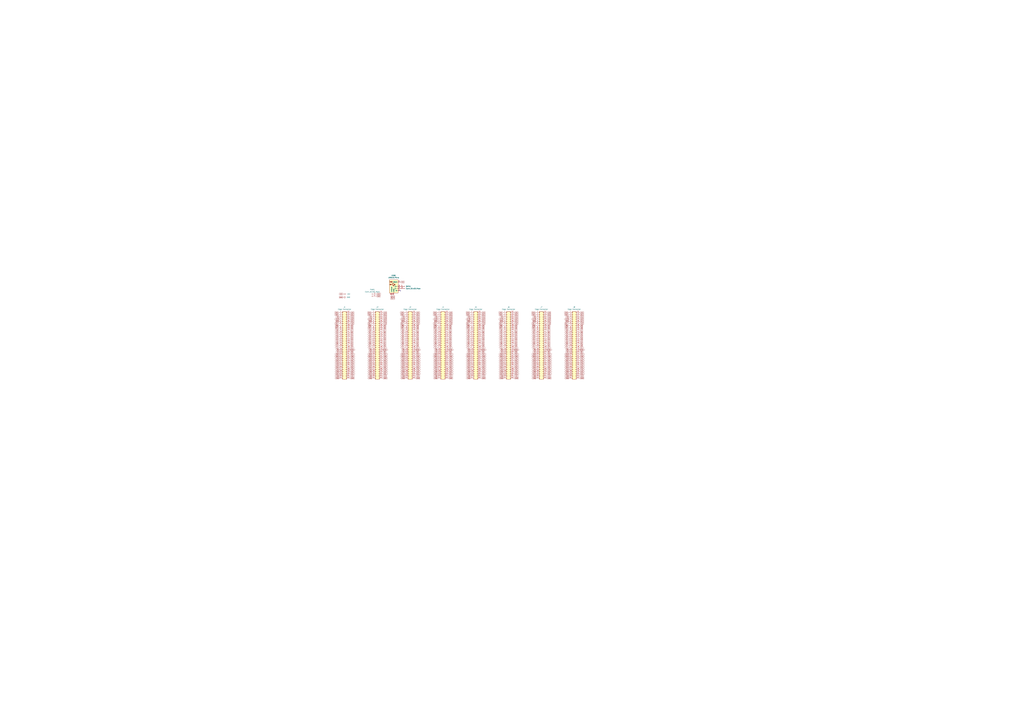
<source format=kicad_sch>
(kicad_sch (version 20211123) (generator eeschema)
  (paper "A0")
  (lib_symbols
    (symbol "Connector:Conn_01x02_Male" (pin_names (offset 1.016) hide)
      (property "Reference" "J" (at 0 2.54 0))
      (property "Value" "Conn_01x02_Male" (at 0 -5.08 0))
      (symbol "Conn_01x02_Male_1_1"
        (pin passive line (at 5.08 0 180) (length 3.81) (name "Pin_1") (number "1"))
        (pin passive line (at 5.08 -2.54 180) (length 3.81) (name "Pin_2") (number "2"))
      )
    )
    (symbol "Connector:USB_B_Micro" (pin_names (offset 1.016))
      (property "Reference" "J" (at -5.08 11.43 0))
      (property "Value" "USB_B_Micro" (at -5.08 8.89 0))
      (symbol "USB_B_Micro_1_1"
        (pin power_out line (at 7.62 5.08 180) (length 2.54) (name "VBUS") (number "1"))
        (pin bidirectional line (at 7.62 -2.54 180) (length 2.54) (name "D-") (number "2"))
        (pin bidirectional line (at 7.62 0 180) (length 2.54) (name "D+") (number "3"))
        (pin passive line (at 7.62 -5.08 180) (length 2.54) (name "ID") (number "4"))
        (pin power_out line (at 0 -10.16 90) (length 2.54) (name "GND") (number "5"))
        (pin passive line (at -2.54 -10.16 90) (length 2.54) (name "Shield") (number "6"))
      )
    )
    (symbol "Connector_Generic:Conn_02x31_Top_Bottom" (pin_names (offset 1.016) hide)
      (property "Reference" "J" (at 1.27 40.64 0))
      (property "Value" "Conn_02x31_Top_Bottom" (at 1.27 -40.64 0))
      (symbol "Conn_02x31_Top_Bottom_1_1"
        (pin passive line (at -5.08 38.1 0) (length 3.81) (name "Pin_1") (number "1"))
        (pin passive line (at -5.08 15.24 0) (length 3.81) (name "Pin_10") (number "10"))
        (pin passive line (at -5.08 12.7 0) (length 3.81) (name "Pin_11") (number "11"))
        (pin passive line (at -5.08 10.16 0) (length 3.81) (name "Pin_12") (number "12"))
        (pin passive line (at -5.08 7.62 0) (length 3.81) (name "Pin_13") (number "13"))
        (pin passive line (at -5.08 5.08 0) (length 3.81) (name "Pin_14") (number "14"))
        (pin passive line (at -5.08 2.54 0) (length 3.81) (name "Pin_15") (number "15"))
        (pin passive line (at -5.08 0 0) (length 3.81) (name "Pin_16") (number "16"))
        (pin passive line (at -5.08 -2.54 0) (length 3.81) (name "Pin_17") (number "17"))
        (pin passive line (at -5.08 -5.08 0) (length 3.81) (name "Pin_18") (number "18"))
        (pin passive line (at -5.08 -7.62 0) (length 3.81) (name "Pin_19") (number "19"))
        (pin passive line (at -5.08 35.56 0) (length 3.81) (name "Pin_2") (number "2"))
        (pin passive line (at -5.08 -10.16 0) (length 3.81) (name "Pin_20") (number "20"))
        (pin passive line (at -5.08 -12.7 0) (length 3.81) (name "Pin_21") (number "21"))
        (pin passive line (at -5.08 -15.24 0) (length 3.81) (name "Pin_22") (number "22"))
        (pin passive line (at -5.08 -17.78 0) (length 3.81) (name "Pin_23") (number "23"))
        (pin passive line (at -5.08 -20.32 0) (length 3.81) (name "Pin_24") (number "24"))
        (pin passive line (at -5.08 -22.86 0) (length 3.81) (name "Pin_25") (number "25"))
        (pin passive line (at -5.08 -25.4 0) (length 3.81) (name "Pin_26") (number "26"))
        (pin passive line (at -5.08 -27.94 0) (length 3.81) (name "Pin_27") (number "27"))
        (pin passive line (at -5.08 -30.48 0) (length 3.81) (name "Pin_28") (number "28"))
        (pin passive line (at -5.08 -33.02 0) (length 3.81) (name "Pin_29") (number "29"))
        (pin passive line (at -5.08 33.02 0) (length 3.81) (name "Pin_3") (number "3"))
        (pin passive line (at -5.08 -35.56 0) (length 3.81) (name "Pin_30") (number "30"))
        (pin passive line (at -5.08 -38.1 0) (length 3.81) (name "Pin_31") (number "31"))
        (pin passive line (at 7.62 38.1 180) (length 3.81) (name "Pin_32") (number "32"))
        (pin passive line (at 7.62 35.56 180) (length 3.81) (name "Pin_33") (number "33"))
        (pin passive line (at 7.62 33.02 180) (length 3.81) (name "Pin_34") (number "34"))
        (pin passive line (at 7.62 30.48 180) (length 3.81) (name "Pin_35") (number "35"))
        (pin passive line (at 7.62 27.94 180) (length 3.81) (name "Pin_36") (number "36"))
        (pin passive line (at 7.62 25.4 180) (length 3.81) (name "Pin_37") (number "37"))
        (pin passive line (at 7.62 22.86 180) (length 3.81) (name "Pin_38") (number "38"))
        (pin passive line (at 7.62 20.32 180) (length 3.81) (name "Pin_39") (number "39"))
        (pin passive line (at -5.08 30.48 0) (length 3.81) (name "Pin_4") (number "4"))
        (pin passive line (at 7.62 17.78 180) (length 3.81) (name "Pin_40") (number "40"))
        (pin passive line (at 7.62 15.24 180) (length 3.81) (name "Pin_41") (number "41"))
        (pin passive line (at 7.62 12.7 180) (length 3.81) (name "Pin_42") (number "42"))
        (pin passive line (at 7.62 10.16 180) (length 3.81) (name "Pin_43") (number "43"))
        (pin passive line (at 7.62 7.62 180) (length 3.81) (name "Pin_44") (number "44"))
        (pin passive line (at 7.62 5.08 180) (length 3.81) (name "Pin_45") (number "45"))
        (pin passive line (at 7.62 2.54 180) (length 3.81) (name "Pin_46") (number "46"))
        (pin passive line (at 7.62 0 180) (length 3.81) (name "Pin_47") (number "47"))
        (pin passive line (at 7.62 -2.54 180) (length 3.81) (name "Pin_48") (number "48"))
        (pin passive line (at 7.62 -5.08 180) (length 3.81) (name "Pin_49") (number "49"))
        (pin passive line (at -5.08 27.94 0) (length 3.81) (name "Pin_5") (number "5"))
        (pin passive line (at 7.62 -7.62 180) (length 3.81) (name "Pin_50") (number "50"))
        (pin passive line (at 7.62 -10.16 180) (length 3.81) (name "Pin_51") (number "51"))
        (pin passive line (at 7.62 -12.7 180) (length 3.81) (name "Pin_52") (number "52"))
        (pin passive line (at 7.62 -15.24 180) (length 3.81) (name "Pin_53") (number "53"))
        (pin passive line (at 7.62 -17.78 180) (length 3.81) (name "Pin_54") (number "54"))
        (pin passive line (at 7.62 -20.32 180) (length 3.81) (name "Pin_55") (number "55"))
        (pin passive line (at 7.62 -22.86 180) (length 3.81) (name "Pin_56") (number "56"))
        (pin passive line (at 7.62 -25.4 180) (length 3.81) (name "Pin_57") (number "57"))
        (pin passive line (at 7.62 -27.94 180) (length 3.81) (name "Pin_58") (number "58"))
        (pin passive line (at 7.62 -30.48 180) (length 3.81) (name "Pin_59") (number "59"))
        (pin passive line (at -5.08 25.4 0) (length 3.81) (name "Pin_6") (number "6"))
        (pin passive line (at 7.62 -33.02 180) (length 3.81) (name "Pin_60") (number "60"))
        (pin passive line (at 7.62 -35.56 180) (length 3.81) (name "Pin_61") (number "61"))
        (pin passive line (at 7.62 -38.1 180) (length 3.81) (name "Pin_62") (number "62"))
        (pin passive line (at -5.08 22.86 0) (length 3.81) (name "Pin_7") (number "7"))
        (pin passive line (at -5.08 20.32 0) (length 3.81) (name "Pin_8") (number "8"))
        (pin passive line (at -5.08 17.78 0) (length 3.81) (name "Pin_9") (number "9"))
      )
    )
    (symbol "power:+5V" (power) (pin_names (offset 0))
      (property "Value" "+5V" (at 0 3.556 0))
      (symbol "+5V_1_1"
        (pin power_in line (at 0 0 90) (length 0) hide (name "+5V") (number "1"))
      )
    )
    (symbol "power:GND" (power) (pin_names (offset 0))
      (property "Value" "GND" (at 0 -3.81 0))
      (symbol "GND_1_1"
        (pin power_in line (at 0 0 270) (length 0) hide (name "GND") (number "1"))
      )
    )
  )
  (no_connect (at 464.82 337.82))
  (global_label "A12" (shape input) (at 558.8 370.84 0) (effects (font (size 1 1))) (property "Intersheet References" "${INTERSHEET_REFS}" (effects hide)))
  (global_label "VCC" (shape input) (at 508 365.76 180) (effects (font (size 1 1))) (property "Intersheet References" "${INTERSHEET_REFS}" (effects hide)))
  (global_label "CS2" (shape output) (at 660.4 421.64 180) (effects (font (size 1 1))) (property "Intersheet References" "${INTERSHEET_REFS}" (effects hide)))
  (global_label "A12" (shape input) (at 444.5 370.84 0) (effects (font (size 1 1))) (property "Intersheet References" "${INTERSHEET_REFS}" (effects hide)))
  (global_label "CS7" (shape output) (at 584.2 434.34 180) (effects (font (size 1 1))) (property "Intersheet References" "${INTERSHEET_REFS}" (effects hide)))
  (global_label "GND" (shape input) (at 406.4 439.42 0) (effects (font (size 1 1))) (property "Intersheet References" "${INTERSHEET_REFS}" (effects hide)))
  (global_label "CS6" (shape output) (at 660.4 431.8 180) (effects (font (size 1 1))) (property "Intersheet References" "${INTERSHEET_REFS}" (effects hide)))
  (global_label "RAM" (shape output) (at 431.8 411.48 180) (effects (font (size 1 1))) (property "Intersheet References" "${INTERSHEET_REFS}" (effects hide)))
  (global_label "SYNC" (shape output) (at 482.6 406.4 0) (effects (font (size 1 1))) (property "Intersheet References" "${INTERSHEET_REFS}" (effects hide)))
  (global_label "ROM" (shape output) (at 469.9 414.02 180) (effects (font (size 1 1))) (property "Intersheet References" "${INTERSHEET_REFS}" (effects hide)))
  (global_label "CS1" (shape output) (at 546.1 419.1 180) (effects (font (size 1 1))) (property "Intersheet References" "${INTERSHEET_REFS}" (effects hide)))
  (global_label "A1" (shape input) (at 520.7 398.78 0) (effects (font (size 1 1))) (property "Intersheet References" "${INTERSHEET_REFS}" (effects hide)))
  (global_label "RDY" (shape input) (at 393.7 375.92 180) (effects (font (size 1 1))) (property "Intersheet References" "${INTERSHEET_REFS}" (effects hide)))
  (global_label "PA0" (shape bidirectional) (at 673.1 429.26 0) (effects (font (size 1 1))) (property "Intersheet References" "${INTERSHEET_REFS}" (effects hide)))
  (global_label "D3" (shape bidirectional) (at 393.7 391.16 180) (effects (font (size 1 1))) (property "Intersheet References" "${INTERSHEET_REFS}" (effects hide)))
  (global_label "GND" (shape input) (at 393.7 363.22 180) (effects (font (size 1 1))) (property "Intersheet References" "${INTERSHEET_REFS}" (effects hide)))
  (global_label "~{IRQ}" (shape input) (at 546.1 378.46 180) (effects (font (size 1 1))) (property "Intersheet References" "${INTERSHEET_REFS}" (effects hide)))
  (global_label "VCC" (shape input) (at 464.82 327.66 0) (effects (font (size 1 1))) (property "Intersheet References" "${INTERSHEET_REFS}" (effects hide)))
  (global_label "VCC" (shape input) (at 469.9 365.76 180) (effects (font (size 1 1))) (property "Intersheet References" "${INTERSHEET_REFS}" (effects hide)))
  (global_label "A14" (shape input) (at 482.6 365.76 0) (effects (font (size 1 1))) (property "Intersheet References" "${INTERSHEET_REFS}" (effects hide)))
  (global_label "E2" (shape bidirectional) (at 558.8 403.86 0) (effects (font (size 1 1))) (property "Intersheet References" "${INTERSHEET_REFS}" (effects hide)))
  (global_label "A2" (shape input) (at 673.1 396.24 0) (effects (font (size 1 1))) (property "Intersheet References" "${INTERSHEET_REFS}" (effects hide)))
  (global_label "D0" (shape bidirectional) (at 393.7 383.54 180) (effects (font (size 1 1))) (property "Intersheet References" "${INTERSHEET_REFS}" (effects hide)))
  (global_label "E1" (shape bidirectional) (at 469.9 403.86 180) (effects (font (size 1 1))) (property "Intersheet References" "${INTERSHEET_REFS}" (effects hide)))
  (global_label "D0" (shape bidirectional) (at 546.1 383.54 180) (effects (font (size 1 1))) (property "Intersheet References" "${INTERSHEET_REFS}" (effects hide)))
  (global_label "~{OE}" (shape output) (at 393.7 406.4 180) (effects (font (size 1 1))) (property "Intersheet References" "${INTERSHEET_REFS}" (effects hide)))
  (global_label "A10" (shape input) (at 596.9 375.92 0) (effects (font (size 1 1))) (property "Intersheet References" "${INTERSHEET_REFS}" (effects hide)))
  (global_label "A1" (shape input) (at 406.4 398.78 0) (effects (font (size 1 1))) (property "Intersheet References" "${INTERSHEET_REFS}" (effects hide)))
  (global_label "D6" (shape bidirectional) (at 622.3 398.78 180) (effects (font (size 1 1))) (property "Intersheet References" "${INTERSHEET_REFS}" (effects hide)))
  (global_label "PA2" (shape bidirectional) (at 520.7 424.18 0) (effects (font (size 1 1))) (property "Intersheet References" "${INTERSHEET_REFS}" (effects hide)))
  (global_label "GND" (shape input) (at 673.1 439.42 0) (effects (font (size 1 1))) (property "Intersheet References" "${INTERSHEET_REFS}" (effects hide)))
  (global_label "CS1" (shape output) (at 431.8 419.1 180) (effects (font (size 1 1))) (property "Intersheet References" "${INTERSHEET_REFS}" (effects hide)))
  (global_label "PA5" (shape bidirectional) (at 596.9 416.56 0) (effects (font (size 1 1))) (property "Intersheet References" "${INTERSHEET_REFS}" (effects hide)))
  (global_label "~{OE}" (shape output) (at 508 406.4 180) (effects (font (size 1 1))) (property "Intersheet References" "${INTERSHEET_REFS}" (effects hide)))
  (global_label "CS7" (shape output) (at 469.9 434.34 180) (effects (font (size 1 1))) (property "Intersheet References" "${INTERSHEET_REFS}" (effects hide)))
  (global_label "E1" (shape bidirectional) (at 622.3 403.86 180) (effects (font (size 1 1))) (property "Intersheet References" "${INTERSHEET_REFS}" (effects hide)))
  (global_label "CS0" (shape output) (at 660.4 416.56 180) (effects (font (size 1 1))) (property "Intersheet References" "${INTERSHEET_REFS}" (effects hide)))
  (global_label "PA6" (shape bidirectional) (at 520.7 414.02 0) (effects (font (size 1 1))) (property "Intersheet References" "${INTERSHEET_REFS}" (effects hide)))
  (global_label "PA3" (shape bidirectional) (at 482.6 421.64 0) (effects (font (size 1 1))) (property "Intersheet References" "${INTERSHEET_REFS}" (effects hide)))
  (global_label "~{SO}" (shape input) (at 520.7 408.94 0) (effects (font (size 1 1))) (property "Intersheet References" "${INTERSHEET_REFS}" (effects hide)))
  (global_label "PA2" (shape bidirectional) (at 444.5 424.18 0) (effects (font (size 1 1))) (property "Intersheet References" "${INTERSHEET_REFS}" (effects hide)))
  (global_label "A14" (shape input) (at 520.7 365.76 0) (effects (font (size 1 1))) (property "Intersheet References" "${INTERSHEET_REFS}" (effects hide)))
  (global_label "~{SO}" (shape input) (at 406.4 408.94 0) (effects (font (size 1 1))) (property "Intersheet References" "${INTERSHEET_REFS}" (effects hide)))
  (global_label "Φ2" (shape output) (at 469.9 368.3 180) (effects (font (size 1 1))) (property "Intersheet References" "${INTERSHEET_REFS}" (effects hide)))
  (global_label "A0" (shape input) (at 482.6 401.32 0) (effects (font (size 1 1))) (property "Intersheet References" "${INTERSHEET_REFS}" (effects hide)))
  (global_label "CA1" (shape bidirectional) (at 444.5 434.34 0) (effects (font (size 1 1))) (property "Intersheet References" "${INTERSHEET_REFS}" (effects hide)))
  (global_label "D3" (shape bidirectional) (at 660.4 391.16 180) (effects (font (size 1 1))) (property "Intersheet References" "${INTERSHEET_REFS}" (effects hide)))
  (global_label "CS4" (shape output) (at 584.2 426.72 180) (effects (font (size 1 1))) (property "Intersheet References" "${INTERSHEET_REFS}" (effects hide)))
  (global_label "CS8" (shape output) (at 660.4 436.88 180) (effects (font (size 1 1))) (property "Intersheet References" "${INTERSHEET_REFS}" (effects hide)))
  (global_label "RDY" (shape input) (at 660.4 375.92 180) (effects (font (size 1 1))) (property "Intersheet References" "${INTERSHEET_REFS}" (effects hide)))
  (global_label "CS9" (shape output) (at 469.9 439.42 180) (effects (font (size 1 1))) (property "Intersheet References" "${INTERSHEET_REFS}" (effects hide)))
  (global_label "CS0" (shape output) (at 393.7 416.56 180) (effects (font (size 1 1))) (property "Intersheet References" "${INTERSHEET_REFS}" (effects hide)))
  (global_label "~{NMI}" (shape input) (at 660.4 381 180) (effects (font (size 1 1))) (property "Intersheet References" "${INTERSHEET_REFS}" (effects hide)))
  (global_label "D5" (shape bidirectional) (at 431.8 396.24 180) (effects (font (size 1 1))) (property "Intersheet References" "${INTERSHEET_REFS}" (effects hide)))
  (global_label "E2" (shape bidirectional) (at 596.9 403.86 0) (effects (font (size 1 1))) (property "Intersheet References" "${INTERSHEET_REFS}" (effects hide)))
  (global_label "CA2" (shape bidirectional) (at 520.7 431.8 0) (effects (font (size 1 1))) (property "Intersheet References" "${INTERSHEET_REFS}" (effects hide)))
  (global_label "PA7" (shape bidirectional) (at 596.9 411.48 0) (effects (font (size 1 1))) (property "Intersheet References" "${INTERSHEET_REFS}" (effects hide)))
  (global_label "CA1" (shape bidirectional) (at 482.6 434.34 0) (effects (font (size 1 1))) (property "Intersheet References" "${INTERSHEET_REFS}" (effects hide)))
  (global_label "RAM" (shape output) (at 508 411.48 180) (effects (font (size 1 1))) (property "Intersheet References" "${INTERSHEET_REFS}" (effects hide)))
  (global_label "A15" (shape input) (at 406.4 363.22 0) (effects (font (size 1 1))) (property "Intersheet References" "${INTERSHEET_REFS}" (effects hide)))
  (global_label "CA2" (shape bidirectional) (at 482.6 431.8 0) (effects (font (size 1 1))) (property "Intersheet References" "${INTERSHEET_REFS}" (effects hide)))
  (global_label "CS2" (shape output) (at 469.9 421.64 180) (effects (font (size 1 1))) (property "Intersheet References" "${INTERSHEET_REFS}" (effects hide)))
  (global_label "CS0" (shape output) (at 508 416.56 180) (effects (font (size 1 1))) (property "Intersheet References" "${INTERSHEET_REFS}" (effects hide)))
  (global_label "D2" (shape bidirectional) (at 546.1 388.62 180) (effects (font (size 1 1))) (property "Intersheet References" "${INTERSHEET_REFS}" (effects hide)))
  (global_label "A15" (shape input) (at 482.6 363.22 0) (effects (font (size 1 1))) (property "Intersheet References" "${INTERSHEET_REFS}" (effects hide)))
  (global_label "Φ2" (shape output) (at 660.4 368.3 180) (effects (font (size 1 1))) (property "Intersheet References" "${INTERSHEET_REFS}" (effects hide)))
  (global_label "D5" (shape bidirectional) (at 584.2 396.24 180) (effects (font (size 1 1))) (property "Intersheet References" "${INTERSHEET_REFS}" (effects hide)))
  (global_label "D5" (shape bidirectional) (at 393.7 396.24 180) (effects (font (size 1 1))) (property "Intersheet References" "${INTERSHEET_REFS}" (effects hide)))
  (global_label "A5" (shape input) (at 406.4 388.62 0) (effects (font (size 1 1))) (property "Intersheet References" "${INTERSHEET_REFS}" (effects hide)))
  (global_label "CA1" (shape bidirectional) (at 520.7 434.34 0) (effects (font (size 1 1))) (property "Intersheet References" "${INTERSHEET_REFS}" (effects hide)))
  (global_label "PA0" (shape bidirectional) (at 406.4 429.26 0) (effects (font (size 1 1))) (property "Intersheet References" "${INTERSHEET_REFS}" (effects hide)))
  (global_label "CS2" (shape output) (at 546.1 421.64 180) (effects (font (size 1 1))) (property "Intersheet References" "${INTERSHEET_REFS}" (effects hide)))
  (global_label "A8" (shape input) (at 482.6 381 0) (effects (font (size 1 1))) (property "Intersheet References" "${INTERSHEET_REFS}" (effects hide)))
  (global_label "E1" (shape bidirectional) (at 660.4 403.86 180) (effects (font (size 1 1))) (property "Intersheet References" "${INTERSHEET_REFS}" (effects hide)))
  (global_label "A0" (shape input) (at 635 401.32 0) (effects (font (size 1 1))) (property "Intersheet References" "${INTERSHEET_REFS}" (effects hide)))
  (global_label "~{IRQ}" (shape input) (at 393.7 378.46 180) (effects (font (size 1 1))) (property "Intersheet References" "${INTERSHEET_REFS}" (effects hide)))
  (global_label "PA5" (shape bidirectional) (at 482.6 416.56 0) (effects (font (size 1 1))) (property "Intersheet References" "${INTERSHEET_REFS}" (effects hide)))
  (global_label "A10" (shape input) (at 444.5 375.92 0) (effects (font (size 1 1))) (property "Intersheet References" "${INTERSHEET_REFS}" (effects hide)))
  (global_label "D4" (shape bidirectional) (at 469.9 393.7 180) (effects (font (size 1 1))) (property "Intersheet References" "${INTERSHEET_REFS}" (effects hide)))
  (global_label "A14" (shape input) (at 558.8 365.76 0) (effects (font (size 1 1))) (property "Intersheet References" "${INTERSHEET_REFS}" (effects hide)))
  (global_label "PA4" (shape bidirectional) (at 406.4 419.1 0) (effects (font (size 1 1))) (property "Intersheet References" "${INTERSHEET_REFS}" (effects hide)))
  (global_label "A13" (shape input) (at 635 368.3 0) (effects (font (size 1 1))) (property "Intersheet References" "${INTERSHEET_REFS}" (effects hide)))
  (global_label "A14" (shape input) (at 444.5 365.76 0) (effects (font (size 1 1))) (property "Intersheet References" "${INTERSHEET_REFS}" (effects hide)))
  (global_label "PA5" (shape bidirectional) (at 558.8 416.56 0) (effects (font (size 1 1))) (property "Intersheet References" "${INTERSHEET_REFS}" (effects hide)))
  (global_label "D3" (shape bidirectional) (at 584.2 391.16 180) (effects (font (size 1 1))) (property "Intersheet References" "${INTERSHEET_REFS}" (effects hide)))
  (global_label "A4" (shape input) (at 596.9 391.16 0) (effects (font (size 1 1))) (property "Intersheet References" "${INTERSHEET_REFS}" (effects hide)))
  (global_label "D1" (shape bidirectional) (at 584.2 386.08 180) (effects (font (size 1 1))) (property "Intersheet References" "${INTERSHEET_REFS}" (effects hide)))
  (global_label "A6" (shape input) (at 596.9 386.08 0) (effects (font (size 1 1))) (property "Intersheet References" "${INTERSHEET_REFS}" (effects hide)))
  (global_label "SYNC" (shape output) (at 444.5 406.4 0) (effects (font (size 1 1))) (property "Intersheet References" "${INTERSHEET_REFS}" (effects hide)))
  (global_label "~{OE}" (shape output) (at 431.8 406.4 180) (effects (font (size 1 1))) (property "Intersheet References" "${INTERSHEET_REFS}" (effects hide)))
  (global_label "Φ2" (shape output) (at 431.8 368.3 180) (effects (font (size 1 1))) (property "Intersheet References" "${INTERSHEET_REFS}" (effects hide)))
  (global_label "PA3" (shape bidirectional) (at 635 421.64 0) (effects (font (size 1 1))) (property "Intersheet References" "${INTERSHEET_REFS}" (effects hide)))
  (global_label "A6" (shape input) (at 520.7 386.08 0) (effects (font (size 1 1))) (property "Intersheet References" "${INTERSHEET_REFS}" (effects hide)))
  (global_label "CS7" (shape output) (at 546.1 434.34 180) (effects (font (size 1 1))) (property "Intersheet References" "${INTERSHEET_REFS}" (effects hide)))
  (global_label "A8" (shape input) (at 596.9 381 0) (effects (font (size 1 1))) (property "Intersheet References" "${INTERSHEET_REFS}" (effects hide)))
  (global_label "R{slash}~{W}" (shape output) (at 546.1 370.84 180) (effects (font (size 1 1))) (property "Intersheet References" "${INTERSHEET_REFS}" (effects hide)))
  (global_label "A5" (shape input) (at 558.8 388.62 0) (effects (font (size 1 1))) (property "Intersheet References" "${INTERSHEET_REFS}" (effects hide)))
  (global_label "E1" (shape bidirectional) (at 584.2 403.86 180) (effects (font (size 1 1))) (property "Intersheet References" "${INTERSHEET_REFS}" (effects hide)))
  (global_label "RDY" (shape input) (at 584.2 375.92 180) (effects (font (size 1 1))) (property "Intersheet References" "${INTERSHEET_REFS}" (effects hide)))
  (global_label "CS6" (shape output) (at 469.9 431.8 180) (effects (font (size 1 1))) (property "Intersheet References" "${INTERSHEET_REFS}" (effects hide)))
  (global_label "A15" (shape input) (at 558.8 363.22 0) (effects (font (size 1 1))) (property "Intersheet References" "${INTERSHEET_REFS}" (effects hide)))
  (global_label "D7" (shape bidirectional) (at 622.3 401.32 180) (effects (font (size 1 1))) (property "Intersheet References" "${INTERSHEET_REFS}" (effects hide)))
  (global_label "PA1" (shape bidirectional) (at 596.9 426.72 0) (effects (font (size 1 1))) (property "Intersheet References" "${INTERSHEET_REFS}" (effects hide)))
  (global_label "PA5" (shape bidirectional) (at 406.4 416.56 0) (effects (font (size 1 1))) (property "Intersheet References" "${INTERSHEET_REFS}" (effects hide)))
  (global_label "A11" (shape input) (at 482.6 373.38 0) (effects (font (size 1 1))) (property "Intersheet References" "${INTERSHEET_REFS}" (effects hide)))
  (global_label "CS3" (shape output) (at 393.7 424.18 180) (effects (font (size 1 1))) (property "Intersheet References" "${INTERSHEET_REFS}" (effects hide)))
  (global_label "A6" (shape input) (at 406.4 386.08 0) (effects (font (size 1 1))) (property "Intersheet References" "${INTERSHEET_REFS}" (effects hide)))
  (global_label "~{NMI}" (shape input) (at 508 381 180) (effects (font (size 1 1))) (property "Intersheet References" "${INTERSHEET_REFS}" (effects hide)))
  (global_label "A9" (shape input) (at 406.4 378.46 0) (effects (font (size 1 1))) (property "Intersheet References" "${INTERSHEET_REFS}" (effects hide)))
  (global_label "E1" (shape bidirectional) (at 546.1 403.86 180) (effects (font (size 1 1))) (property "Intersheet References" "${INTERSHEET_REFS}" (effects hide)))
  (global_label "CS3" (shape output) (at 431.8 424.18 180) (effects (font (size 1 1))) (property "Intersheet References" "${INTERSHEET_REFS}" (effects hide)))
  (global_label "CS6" (shape output) (at 431.8 431.8 180) (effects (font (size 1 1))) (property "Intersheet References" "${INTERSHEET_REFS}" (effects hide)))
  (global_label "D4" (shape bidirectional) (at 431.8 393.7 180) (effects (font (size 1 1))) (property "Intersheet References" "${INTERSHEET_REFS}" (effects hide)))
  (global_label "A4" (shape input) (at 406.4 391.16 0) (effects (font (size 1 1))) (property "Intersheet References" "${INTERSHEET_REFS}" (effects hide)))
  (global_label "PA4" (shape bidirectional) (at 596.9 419.1 0) (effects (font (size 1 1))) (property "Intersheet References" "${INTERSHEET_REFS}" (effects hide)))
  (global_label "PA0" (shape bidirectional) (at 444.5 429.26 0) (effects (font (size 1 1))) (property "Intersheet References" "${INTERSHEET_REFS}" (effects hide)))
  (global_label "D5" (shape bidirectional) (at 622.3 396.24 180) (effects (font (size 1 1))) (property "Intersheet References" "${INTERSHEET_REFS}" (effects hide)))
  (global_label "CS1" (shape output) (at 584.2 419.1 180) (effects (font (size 1 1))) (property "Intersheet References" "${INTERSHEET_REFS}" (effects hide)))
  (global_label "A3" (shape input) (at 596.9 393.7 0) (effects (font (size 1 1))) (property "Intersheet References" "${INTERSHEET_REFS}" (effects hide)))
  (global_label "PA1" (shape bidirectional) (at 406.4 426.72 0) (effects (font (size 1 1))) (property "Intersheet References" "${INTERSHEET_REFS}" (effects hide)))
  (global_label "~{RES}" (shape passive) (at 508 373.38 180) (effects (font (size 1 1))) (property "Intersheet References" "${INTERSHEET_REFS}" (effects hide)))
  (global_label "~{RES}" (shape passive) (at 660.4 373.38 180) (effects (font (size 1 1))) (property "Intersheet References" "${INTERSHEET_REFS}" (effects hide)))
  (global_label "GND" (shape input) (at 622.3 363.22 180) (effects (font (size 1 1))) (property "Intersheet References" "${INTERSHEET_REFS}" (effects hide)))
  (global_label "SYNC" (shape output) (at 596.9 406.4 0) (effects (font (size 1 1))) (property "Intersheet References" "${INTERSHEET_REFS}" (effects hide)))
  (global_label "~{SO}" (shape input) (at 596.9 408.94 0) (effects (font (size 1 1))) (property "Intersheet References" "${INTERSHEET_REFS}" (effects hide)))
  (global_label "~{IRQ}" (shape input) (at 584.2 378.46 180) (effects (font (size 1 1))) (property "Intersheet References" "${INTERSHEET_REFS}" (effects hide)))
  (global_label "A3" (shape input) (at 673.1 393.7 0) (effects (font (size 1 1))) (property "Intersheet References" "${INTERSHEET_REFS}" (effects hide)))
  (global_label "PA7" (shape bidirectional) (at 635 411.48 0) (effects (font (size 1 1))) (property "Intersheet References" "${INTERSHEET_REFS}" (effects hide)))
  (global_label "PA6" (shape bidirectional) (at 406.4 414.02 0) (effects (font (size 1 1))) (property "Intersheet References" "${INTERSHEET_REFS}" (effects hide)))
  (global_label "A6" (shape input) (at 444.5 386.08 0) (effects (font (size 1 1))) (property "Intersheet References" "${INTERSHEET_REFS}" (effects hide)))
  (global_label "A0" (shape input) (at 558.8 401.32 0) (effects (font (size 1 1))) (property "Intersheet References" "${INTERSHEET_REFS}" (effects hide)))
  (global_label "CA2" (shape bidirectional) (at 635 431.8 0) (effects (font (size 1 1))) (property "Intersheet References" "${INTERSHEET_REFS}" (effects hide)))
  (global_label "D4" (shape bidirectional) (at 508 393.7 180) (effects (font (size 1 1))) (property "Intersheet References" "${INTERSHEET_REFS}" (effects hide)))
  (global_label "Φ2" (shape output) (at 393.7 368.3 180) (effects (font (size 1 1))) (property "Intersheet References" "${INTERSHEET_REFS}" (effects hide)))
  (global_label "~{NMI}" (shape input) (at 584.2 381 180) (effects (font (size 1 1))) (property "Intersheet References" "${INTERSHEET_REFS}" (effects hide)))
  (global_label "RAM" (shape output) (at 546.1 411.48 180) (effects (font (size 1 1))) (property "Intersheet References" "${INTERSHEET_REFS}" (effects hide)))
  (global_label "D2" (shape bidirectional) (at 660.4 388.62 180) (effects (font (size 1 1))) (property "Intersheet References" "${INTERSHEET_REFS}" (effects hide)))
  (global_label "~{SO}" (shape input) (at 673.1 408.94 0) (effects (font (size 1 1))) (property "Intersheet References" "${INTERSHEET_REFS}" (effects hide)))
  (global_label "A7" (shape input) (at 520.7 383.54 0) (effects (font (size 1 1))) (property "Intersheet References" "${INTERSHEET_REFS}" (effects hide)))
  (global_label "A0" (shape input) (at 406.4 401.32 0) (effects (font (size 1 1))) (property "Intersheet References" "${INTERSHEET_REFS}" (effects hide)))
  (global_label "PA1" (shape bidirectional) (at 482.6 426.72 0) (effects (font (size 1 1))) (property "Intersheet References" "${INTERSHEET_REFS}" (effects hide)))
  (global_label "A11" (shape input) (at 635 373.38 0) (effects (font (size 1 1))) (property "Intersheet References" "${INTERSHEET_REFS}" (effects hide)))
  (global_label "PA3" (shape bidirectional) (at 596.9 421.64 0) (effects (font (size 1 1))) (property "Intersheet References" "${INTERSHEET_REFS}" (effects hide)))
  (global_label "CS7" (shape output) (at 508 434.34 180) (effects (font (size 1 1))) (property "Intersheet References" "${INTERSHEET_REFS}" (effects hide)))
  (global_label "A9" (shape input) (at 673.1 378.46 0) (effects (font (size 1 1))) (property "Intersheet References" "${INTERSHEET_REFS}" (effects hide)))
  (global_label "D5" (shape bidirectional) (at 469.9 396.24 180) (effects (font (size 1 1))) (property "Intersheet References" "${INTERSHEET_REFS}" (effects hide)))
  (global_label "VCC" (shape input) (at 635 436.88 0) (effects (font (size 1 1))) (property "Intersheet References" "${INTERSHEET_REFS}" (effects hide)))
  (global_label "E1" (shape bidirectional) (at 393.7 403.86 180) (effects (font (size 1 1))) (property "Intersheet References" "${INTERSHEET_REFS}" (effects hide)))
  (global_label "PA0" (shape bidirectional) (at 596.9 429.26 0) (effects (font (size 1 1))) (property "Intersheet References" "${INTERSHEET_REFS}" (effects hide)))
  (global_label "A9" (shape input) (at 520.7 378.46 0) (effects (font (size 1 1))) (property "Intersheet References" "${INTERSHEET_REFS}" (effects hide)))
  (global_label "CS9" (shape output) (at 393.7 439.42 180) (effects (font (size 1 1))) (property "Intersheet References" "${INTERSHEET_REFS}" (effects hide)))
  (global_label "CS8" (shape output) (at 622.3 436.88 180) (effects (font (size 1 1))) (property "Intersheet References" "${INTERSHEET_REFS}" (effects hide)))
  (global_label "A12" (shape input) (at 482.6 370.84 0) (effects (font (size 1 1))) (property "Intersheet References" "${INTERSHEET_REFS}" (effects hide)))
  (global_label "D2" (shape bidirectional) (at 622.3 388.62 180) (effects (font (size 1 1))) (property "Intersheet References" "${INTERSHEET_REFS}" (effects hide)))
  (global_label "A9" (shape input) (at 596.9 378.46 0) (effects (font (size 1 1))) (property "Intersheet References" "${INTERSHEET_REFS}" (effects hide)))
  (global_label "CS7" (shape output) (at 431.8 434.34 180) (effects (font (size 1 1))) (property "Intersheet References" "${INTERSHEET_REFS}" (effects hide)))
  (global_label "CS8" (shape output) (at 431.8 436.88 180) (effects (font (size 1 1))) (property "Intersheet References" "${INTERSHEET_REFS}" (effects hide)))
  (global_label "VCC" (shape input) (at 596.9 436.88 0) (effects (font (size 1 1))) (property "Intersheet References" "${INTERSHEET_REFS}" (effects hide)))
  (global_label "RDY" (shape input) (at 431.8 375.92 180) (effects (font (size 1 1))) (property "Intersheet References" "${INTERSHEET_REFS}" (effects hide)))
  (global_label "A0" (shape input) (at 444.5 401.32 0) (effects (font (size 1 1))) (property "Intersheet References" "${INTERSHEET_REFS}" (effects hide)))
  (global_label "D1" (shape bidirectional) (at 469.9 386.08 180) (effects (font (size 1 1))) (property "Intersheet References" "${INTERSHEET_REFS}" (effects hide)))
  (global_label "PA3" (shape bidirectional) (at 520.7 421.64 0) (effects (font (size 1 1))) (property "Intersheet References" "${INTERSHEET_REFS}" (effects hide)))
  (global_label "~{WE}" (shape output) (at 469.9 408.94 180) (effects (font (size 1 1))) (property "Intersheet References" "${INTERSHEET_REFS}" (effects hide)))
  (global_label "A1" (shape input) (at 635 398.78 0) (effects (font (size 1 1))) (property "Intersheet References" "${INTERSHEET_REFS}" (effects hide)))
  (global_label "PA7" (shape bidirectional) (at 558.8 411.48 0) (effects (font (size 1 1))) (property "Intersheet References" "${INTERSHEET_REFS}" (effects hide)))
  (global_label "A4" (shape input) (at 520.7 391.16 0) (effects (font (size 1 1))) (property "Intersheet References" "${INTERSHEET_REFS}" (effects hide)))
  (global_label "PA6" (shape bidirectional) (at 635 414.02 0) (effects (font (size 1 1))) (property "Intersheet References" "${INTERSHEET_REFS}" (effects hide)))
  (global_label "PA6" (shape bidirectional) (at 482.6 414.02 0) (effects (font (size 1 1))) (property "Intersheet References" "${INTERSHEET_REFS}" (effects hide)))
  (global_label "PA0" (shape bidirectional) (at 482.6 429.26 0) (effects (font (size 1 1))) (property "Intersheet References" "${INTERSHEET_REFS}" (effects hide)))
  (global_label "A5" (shape input) (at 520.7 388.62 0) (effects (font (size 1 1))) (property "Intersheet References" "${INTERSHEET_REFS}" (effects hide)))
  (global_label "CS5" (shape output) (at 584.2 429.26 180) (effects (font (size 1 1))) (property "Intersheet References" "${INTERSHEET_REFS}" (effects hide)))
  (global_label "GND" (shape input) (at 584.2 363.22 180) (effects (font (size 1 1))) (property "Intersheet References" "${INTERSHEET_REFS}" (effects hide)))
  (global_label "A13" (shape input) (at 596.9 368.3 0) (effects (font (size 1 1))) (property "Intersheet References" "${INTERSHEET_REFS}" (effects hide)))
  (global_label "VCC" (shape input) (at 398.78 341.63 180) (effects (font (size 1 1))) (property "Intersheet References" "${INTERSHEET_REFS}" (effects hide)))
  (global_label "GND" (shape input) (at 398.78 345.44 180) (effects (font (size 1 1))) (property "Intersheet References" "${INTERSHEET_REFS}" (effects hide)))
  (global_label "D3" (shape bidirectional) (at 431.8 391.16 180) (effects (font (size 1 1))) (property "Intersheet References" "${INTERSHEET_REFS}" (effects hide)))
  (global_label "A0" (shape input) (at 520.7 401.32 0) (effects (font (size 1 1))) (property "Intersheet References" "${INTERSHEET_REFS}" (effects hide)))
  (global_label "CS8" (shape output) (at 584.2 436.88 180) (effects (font (size 1 1))) (property "Intersheet References" "${INTERSHEET_REFS}" (effects hide)))
  (global_label "~{OE}" (shape output) (at 660.4 406.4 180) (effects (font (size 1 1))) (property "Intersheet References" "${INTERSHEET_REFS}" (effects hide)))
  (global_label "~{OE}" (shape output) (at 622.3 406.4 180) (effects (font (size 1 1))) (property "Intersheet References" "${INTERSHEET_REFS}" (effects hide)))
  (global_label "CA2" (shape bidirectional) (at 558.8 431.8 0) (effects (font (size 1 1))) (property "Intersheet References" "${INTERSHEET_REFS}" (effects hide)))
  (global_label "A3" (shape input) (at 406.4 393.7 0) (effects (font (size 1 1))) (property "Intersheet References" "${INTERSHEET_REFS}" (effects hide)))
  (global_label "A8" (shape input) (at 520.7 381 0) (effects (font (size 1 1))) (property "Intersheet References" "${INTERSHEET_REFS}" (effects hide)))
  (global_label "A11" (shape input) (at 558.8 373.38 0) (effects (font (size 1 1))) (property "Intersheet References" "${INTERSHEET_REFS}" (effects hide)))
  (global_label "D7" (shape bidirectional) (at 660.4 401.32 180) (effects (font (size 1 1))) (property "Intersheet References" "${INTERSHEET_REFS}" (effects hide)))
  (global_label "A1" (shape input) (at 596.9 398.78 0) (effects (font (size 1 1))) (property "Intersheet References" "${INTERSHEET_REFS}" (effects hide)))
  (global_label "A9" (shape input) (at 635 378.46 0) (effects (font (size 1 1))) (property "Intersheet References" "${INTERSHEET_REFS}" (effects hide)))
  (global_label "E2" (shape bidirectional) (at 406.4 403.86 0) (effects (font (size 1 1))) (property "Intersheet References" "${INTERSHEET_REFS}" (effects hide)))
  (global_label "A6" (shape input) (at 482.6 386.08 0) (effects (font (size 1 1))) (property "Intersheet References" "${INTERSHEET_REFS}" (effects hide)))
  (global_label "~{RES}" (shape passive) (at 431.8 373.38 180) (effects (font (size 1 1))) (property "Intersheet References" "${INTERSHEET_REFS}" (effects hide)))
  (global_label "A0" (shape input) (at 673.1 401.32 0) (effects (font (size 1 1))) (property "Intersheet References" "${INTERSHEET_REFS}" (effects hide)))
  (global_label "D0" (shape bidirectional) (at 660.4 383.54 180) (effects (font (size 1 1))) (property "Intersheet References" "${INTERSHEET_REFS}" (effects hide)))
  (global_label "ROM" (shape output) (at 431.8 414.02 180) (effects (font (size 1 1))) (property "Intersheet References" "${INTERSHEET_REFS}" (effects hide)))
  (global_label "RAM" (shape output) (at 660.4 411.48 180) (effects (font (size 1 1))) (property "Intersheet References" "${INTERSHEET_REFS}" (effects hide)))
  (global_label "GND" (shape input) (at 546.1 363.22 180) (effects (font (size 1 1))) (property "Intersheet References" "${INTERSHEET_REFS}" (effects hide)))
  (global_label "E2" (shape bidirectional) (at 444.5 403.86 0) (effects (font (size 1 1))) (property "Intersheet References" "${INTERSHEET_REFS}" (effects hide)))
  (global_label "CA1" (shape bidirectional) (at 406.4 434.34 0) (effects (font (size 1 1))) (property "Intersheet References" "${INTERSHEET_REFS}" (effects hide)))
  (global_label "A7" (shape input) (at 673.1 383.54 0) (effects (font (size 1 1))) (property "Intersheet References" "${INTERSHEET_REFS}" (effects hide)))
  (global_label "~{SO}" (shape input) (at 444.5 408.94 0) (effects (font (size 1 1))) (property "Intersheet References" "${INTERSHEET_REFS}" (effects hide)))
  (global_label "CS1" (shape output) (at 660.4 419.1 180) (effects (font (size 1 1))) (property "Intersheet References" "${INTERSHEET_REFS}" (effects hide)))
  (global_label "Φ2" (shape output) (at 584.2 368.3 180) (effects (font (size 1 1))) (property "Intersheet References" "${INTERSHEET_REFS}" (effects hide)))
  (global_label "CS0" (shape output) (at 622.3 416.56 180) (effects (font (size 1 1))) (property "Intersheet References" "${INTERSHEET_REFS}" (effects hide)))
  (global_label "D1" (shape bidirectional) (at 622.3 386.08 180) (effects (font (size 1 1))) (property "Intersheet References" "${INTERSHEET_REFS}" (effects hide)))
  (global_label "E1" (shape bidirectional) (at 431.8 403.86 180) (effects (font (size 1 1))) (property "Intersheet References" "${INTERSHEET_REFS}" (effects hide)))
  (global_label "CS9" (shape output) (at 584.2 439.42 180) (effects (font (size 1 1))) (property "Intersheet References" "${INTERSHEET_REFS}" (effects hide)))
  (global_label "D2" (shape bidirectional) (at 508 388.62 180) (effects (font (size 1 1))) (property "Intersheet References" "${INTERSHEET_REFS}" (effects hide)))
  (global_label "E2" (shape bidirectional) (at 482.6 403.86 0) (effects (font (size 1 1))) (property "Intersheet References" "${INTERSHEET_REFS}" (effects hide)))
  (global_label "A4" (shape input) (at 635 391.16 0) (effects (font (size 1 1))) (property "Intersheet References" "${INTERSHEET_REFS}" (effects hide)))
  (global_label "~{OE}" (shape output) (at 469.9 406.4 180) (effects (font (size 1 1))) (property "Intersheet References" "${INTERSHEET_REFS}" (effects hide)))
  (global_label "~{IRQ}" (shape input) (at 660.4 378.46 180) (effects (font (size 1 1))) (property "Intersheet References" "${INTERSHEET_REFS}" (effects hide)))
  (global_label "A9" (shape input) (at 444.5 378.46 0) (effects (font (size 1 1))) (property "Intersheet References" "${INTERSHEET_REFS}" (effects hide)))
  (global_label "RAM" (shape output) (at 393.7 411.48 180) (effects (font (size 1 1))) (property "Intersheet References" "${INTERSHEET_REFS}" (effects hide)))
  (global_label "VCC" (shape input) (at 660.4 365.76 180) (effects (font (size 1 1))) (property "Intersheet References" "${INTERSHEET_REFS}" (effects hide)))
  (global_label "A8" (shape input) (at 558.8 381 0) (effects (font (size 1 1))) (property "Intersheet References" "${INTERSHEET_REFS}" (effects hide)))
  (global_label "~{RES}" (shape passive) (at 469.9 373.38 180) (effects (font (size 1 1))) (property "Intersheet References" "${INTERSHEET_REFS}" (effects hide)))
  (global_label "D5" (shape bidirectional) (at 660.4 396.24 180) (effects (font (size 1 1))) (property "Intersheet References" "${INTERSHEET_REFS}" (effects hide)))
  (global_label "CS0" (shape output) (at 546.1 416.56 180) (effects (font (size 1 1))) (property "Intersheet References" "${INTERSHEET_REFS}" (effects hide)))
  (global_label "~{WE}" (shape output) (at 622.3 408.94 180) (effects (font (size 1 1))) (property "Intersheet References" "${INTERSHEET_REFS}" (effects hide)))
  (global_label "~{WE}" (shape output) (at 660.4 408.94 180) (effects (font (size 1 1))) (property "Intersheet References" "${INTERSHEET_REFS}" (effects hide)))
  (global_label "CS6" (shape output) (at 622.3 431.8 180) (effects (font (size 1 1))) (property "Intersheet References" "${INTERSHEET_REFS}" (effects hide)))
  (global_label "A13" (shape input) (at 520.7 368.3 0) (effects (font (size 1 1))) (property "Intersheet References" "${INTERSHEET_REFS}" (effects hide)))
  (global_label "Φ2" (shape output) (at 508 368.3 180) (effects (font (size 1 1))) (property "Intersheet References" "${INTERSHEET_REFS}" (effects hide)))
  (global_label "Φ2" (shape output) (at 546.1 368.3 180) (effects (font (size 1 1))) (property "Intersheet References" "${INTERSHEET_REFS}" (effects hide)))
  (global_label "R{slash}~{W}" (shape output) (at 622.3 370.84 180) (effects (font (size 1 1))) (property "Intersheet References" "${INTERSHEET_REFS}" (effects hide)))
  (global_label "VCC" (shape input) (at 436.88 344.17 0) (effects (font (size 1 1))) (property "Intersheet References" "${INTERSHEET_REFS}" (effects hide)))
  (global_label "D4" (shape bidirectional) (at 393.7 393.7 180) (effects (font (size 1 1))) (property "Intersheet References" "${INTERSHEET_REFS}" (effects hide)))
  (global_label "D4" (shape bidirectional) (at 660.4 393.7 180) (effects (font (size 1 1))) (property "Intersheet References" "${INTERSHEET_REFS}" (effects hide)))
  (global_label "PA4" (shape bidirectional) (at 635 419.1 0) (effects (font (size 1 1))) (property "Intersheet References" "${INTERSHEET_REFS}" (effects hide)))
  (global_label "CS3" (shape output) (at 584.2 424.18 180) (effects (font (size 1 1))) (property "Intersheet References" "${INTERSHEET_REFS}" (effects hide)))
  (global_label "A2" (shape input) (at 520.7 396.24 0) (effects (font (size 1 1))) (property "Intersheet References" "${INTERSHEET_REFS}" (effects hide)))
  (global_label "PA2" (shape bidirectional) (at 673.1 424.18 0) (effects (font (size 1 1))) (property "Intersheet References" "${INTERSHEET_REFS}" (effects hide)))
  (global_label "PA1" (shape bidirectional) (at 520.7 426.72 0) (effects (font (size 1 1))) (property "Intersheet References" "${INTERSHEET_REFS}" (effects hide)))
  (global_label "PA4" (shape bidirectional) (at 558.8 419.1 0) (effects (font (size 1 1))) (property "Intersheet References" "${INTERSHEET_REFS}" (effects hide)))
  (global_label "A15" (shape input) (at 596.9 363.22 0) (effects (font (size 1 1))) (property "Intersheet References" "${INTERSHEET_REFS}" (effects hide)))
  (global_label "CS6" (shape output) (at 508 431.8 180) (effects (font (size 1 1))) (property "Intersheet References" "${INTERSHEET_REFS}" (effects hide)))
  (global_label "PA6" (shape bidirectional) (at 444.5 414.02 0) (effects (font (size 1 1))) (property "Intersheet References" "${INTERSHEET_REFS}" (effects hide)))
  (global_label "ROM" (shape output) (at 660.4 414.02 180) (effects (font (size 1 1))) (property "Intersheet References" "${INTERSHEET_REFS}" (effects hide)))
  (global_label "A7" (shape input) (at 406.4 383.54 0) (effects (font (size 1 1))) (property "Intersheet References" "${INTERSHEET_REFS}" (effects hide)))
  (global_label "RAM" (shape output) (at 622.3 411.48 180) (effects (font (size 1 1))) (property "Intersheet References" "${INTERSHEET_REFS}" (effects hide)))
  (global_label "A10" (shape input) (at 520.7 375.92 0) (effects (font (size 1 1))) (property "Intersheet References" "${INTERSHEET_REFS}" (effects hide)))
  (global_label "A8" (shape input) (at 635 381 0) (effects (font (size 1 1))) (property "Intersheet References" "${INTERSHEET_REFS}" (effects hide)))
  (global_label "A4" (shape input) (at 558.8 391.16 0) (effects (font (size 1 1))) (property "Intersheet References" "${INTERSHEET_REFS}" (effects hide)))
  (global_label "A2" (shape input) (at 482.6 396.24 0) (effects (font (size 1 1))) (property "Intersheet References" "${INTERSHEET_REFS}" (effects hide)))
  (global_label "~{WE}" (shape output) (at 508 408.94 180) (effects (font (size 1 1))) (property "Intersheet References" "${INTERSHEET_REFS}" (effects hide)))
  (global_label "~{WE}" (shape output) (at 431.8 408.94 180) (effects (font (size 1 1))) (property "Intersheet References" "${INTERSHEET_REFS}" (effects hide)))
  (global_label "PA5" (shape bidirectional) (at 520.7 416.56 0) (effects (font (size 1 1))) (property "Intersheet References" "${INTERSHEET_REFS}" (effects hide)))
  (global_label "GND" (shape input) (at 635 439.42 0) (effects (font (size 1 1))) (property "Intersheet References" "${INTERSHEET_REFS}" (effects hide)))
  (global_label "D4" (shape bidirectional) (at 546.1 393.7 180) (effects (font (size 1 1))) (property "Intersheet References" "${INTERSHEET_REFS}" (effects hide)))
  (global_label "D2" (shape bidirectional) (at 431.8 388.62 180) (effects (font (size 1 1))) (property "Intersheet References" "${INTERSHEET_REFS}" (effects hide)))
  (global_label "RDY" (shape input) (at 546.1 375.92 180) (effects (font (size 1 1))) (property "Intersheet References" "${INTERSHEET_REFS}" (effects hide)))
  (global_label "CA1" (shape bidirectional) (at 673.1 434.34 0) (effects (font (size 1 1))) (property "Intersheet References" "${INTERSHEET_REFS}" (effects hide)))
  (global_label "CS5" (shape output) (at 546.1 429.26 180) (effects (font (size 1 1))) (property "Intersheet References" "${INTERSHEET_REFS}" (effects hide)))
  (global_label "A13" (shape input) (at 482.6 368.3 0) (effects (font (size 1 1))) (property "Intersheet References" "${INTERSHEET_REFS}" (effects hide)))
  (global_label "CA2" (shape bidirectional) (at 444.5 431.8 0) (effects (font (size 1 1))) (property "Intersheet References" "${INTERSHEET_REFS}" (effects hide)))
  (global_label "R{slash}~{W}" (shape output) (at 393.7 370.84 180) (effects (font (size 1 1))) (property "Intersheet References" "${INTERSHEET_REFS}" (effects hide)))
  (global_label "~{SO}" (shape input) (at 635 408.94 0) (effects (font (size 1 1))) (property "Intersheet References" "${INTERSHEET_REFS}" (effects hide)))
  (global_label "E2" (shape bidirectional) (at 673.1 403.86 0) (effects (font (size 1 1))) (property "Intersheet References" "${INTERSHEET_REFS}" (effects hide)))
  (global_label "PA1" (shape bidirectional) (at 558.8 426.72 0) (effects (font (size 1 1))) (property "Intersheet References" "${INTERSHEET_REFS}" (effects hide)))
  (global_label "A10" (shape input) (at 482.6 375.92 0) (effects (font (size 1 1))) (property "Intersheet References" "${INTERSHEET_REFS}" (effects hide)))
  (global_label "SYNC" (shape output) (at 406.4 406.4 0) (effects (font (size 1 1))) (property "Intersheet References" "${INTERSHEET_REFS}" (effects hide)))
  (global_label "A13" (shape input) (at 558.8 368.3 0) (effects (font (size 1 1))) (property "Intersheet References" "${INTERSHEET_REFS}" (effects hide)))
  (global_label "CS5" (shape output) (at 508 429.26 180) (effects (font (size 1 1))) (property "Intersheet References" "${INTERSHEET_REFS}" (effects hide)))
  (global_label "A12" (shape input) (at 673.1 370.84 0) (effects (font (size 1 1))) (property "Intersheet References" "${INTERSHEET_REFS}" (effects hide)))
  (global_label "PA2" (shape bidirectional) (at 482.6 424.18 0) (effects (font (size 1 1))) (property "Intersheet References" "${INTERSHEET_REFS}" (effects hide)))
  (global_label "A3" (shape input) (at 520.7 393.7 0) (effects (font (size 1 1))) (property "Intersheet References" "${INTERSHEET_REFS}" (effects hide)))
  (global_label "CS4" (shape output) (at 469.9 426.72 180) (effects (font (size 1 1))) (property "Intersheet References" "${INTERSHEET_REFS}" (effects hide)))
  (global_label "GND" (shape input) (at 436.88 341.63 0) (effects (font (size 1 1))) (property "Intersheet References" "${INTERSHEET_REFS}" (effects hide)))
  (global_label "PA7" (shape bidirectional) (at 520.7 411.48 0) (effects (font (size 1 1))) (property "Intersheet References" "${INTERSHEET_REFS}" (effects hide)))
  (global_label "A11" (shape input) (at 406.4 373.38 0) (effects (font (size 1 1))) (property "Intersheet References" "${INTERSHEET_REFS}" (effects hide)))
  (global_label "PA0" (shape bidirectional) (at 520.7 429.26 0) (effects (font (size 1 1))) (property "Intersheet References" "${INTERSHEET_REFS}" (effects hide)))
  (global_label "R{slash}~{W}" (shape output) (at 584.2 370.84 180) (effects (font (size 1 1))) (property "Intersheet References" "${INTERSHEET_REFS}" (effects hide)))
  (global_label "PA2" (shape bidirectional) (at 558.8 424.18 0) (effects (font (size 1 1))) (property "Intersheet References" "${INTERSHEET_REFS}" (effects hide)))
  (global_label "D1" (shape bidirectional) (at 393.7 386.08 180) (effects (font (size 1 1))) (property "Intersheet References" "${INTERSHEET_REFS}" (effects hide)))
  (global_label "A10" (shape input) (at 406.4 375.92 0) (effects (font (size 1 1))) (property "Intersheet References" "${INTERSHEET_REFS}" (effects hide)))
  (global_label "A7" (shape input) (at 444.5 383.54 0) (effects (font (size 1 1))) (property "Intersheet References" "${INTERSHEET_REFS}" (effects hide)))
  (global_label "A10" (shape input) (at 673.1 375.92 0) (effects (font (size 1 1))) (property "Intersheet References" "${INTERSHEET_REFS}" (effects hide)))
  (global_label "A12" (shape input) (at 406.4 370.84 0) (effects (font (size 1 1))) (property "Intersheet References" "${INTERSHEET_REFS}" (effects hide)))
  (global_label "VCC" (shape input) (at 584.2 365.76 180) (effects (font (size 1 1))) (property "Intersheet References" "${INTERSHEET_REFS}" (effects hide)))
  (global_label "PA4" (shape bidirectional) (at 673.1 419.1 0) (effects (font (size 1 1))) (property "Intersheet References" "${INTERSHEET_REFS}" (effects hide)))
  (global_label "CS0" (shape output) (at 431.8 416.56 180) (effects (font (size 1 1))) (property "Intersheet References" "${INTERSHEET_REFS}" (effects hide)))
  (global_label "~{NMI}" (shape input) (at 622.3 381 180) (effects (font (size 1 1))) (property "Intersheet References" "${INTERSHEET_REFS}" (effects hide)))
  (global_label "A2" (shape input) (at 635 396.24 0) (effects (font (size 1 1))) (property "Intersheet References" "${INTERSHEET_REFS}" (effects hide)))
  (global_label "CA2" (shape bidirectional) (at 673.1 431.8 0) (effects (font (size 1 1))) (property "Intersheet References" "${INTERSHEET_REFS}" (effects hide)))
  (global_label "VCC" (shape input) (at 520.7 436.88 0) (effects (font (size 1 1))) (property "Intersheet References" "${INTERSHEET_REFS}" (effects hide)))
  (global_label "D4" (shape bidirectional) (at 622.3 393.7 180) (effects (font (size 1 1))) (property "Intersheet References" "${INTERSHEET_REFS}" (effects hide)))
  (global_label "A5" (shape input) (at 673.1 388.62 0) (effects (font (size 1 1))) (property "Intersheet References" "${INTERSHEET_REFS}" (effects hide)))
  (global_label "A5" (shape input) (at 635 388.62 0) (effects (font (size 1 1))) (property "Intersheet References" "${INTERSHEET_REFS}" (effects hide)))
  (global_label "VCC" (shape input) (at 431.8 365.76 180) (effects (font (size 1 1))) (property "Intersheet References" "${INTERSHEET_REFS}" (effects hide)))
  (global_label "PA5" (shape bidirectional) (at 635 416.56 0) (effects (font (size 1 1))) (property "Intersheet References" "${INTERSHEET_REFS}" (effects hide)))
  (global_label "PA1" (shape bidirectional) (at 444.5 426.72 0) (effects (font (size 1 1))) (property "Intersheet References" "${INTERSHEET_REFS}" (effects hide)))
  (global_label "D6" (shape bidirectional) (at 546.1 398.78 180) (effects (font (size 1 1))) (property "Intersheet References" "${INTERSHEET_REFS}" (effects hide)))
  (global_label "GND" (shape input) (at 660.4 363.22 180) (effects (font (size 1 1))) (property "Intersheet References" "${INTERSHEET_REFS}" (effects hide)))
  (global_label "A3" (shape input) (at 558.8 393.7 0) (effects (font (size 1 1))) (property "Intersheet References" "${INTERSHEET_REFS}" (effects hide)))
  (global_label "CS4" (shape output) (at 393.7 426.72 180) (effects (font (size 1 1))) (property "Intersheet References" "${INTERSHEET_REFS}" (effects hide)))
  (global_label "D1" (shape bidirectional) (at 508 386.08 180) (effects (font (size 1 1))) (property "Intersheet References" "${INTERSHEET_REFS}" (effects hide)))
  (global_label "PA6" (shape bidirectional) (at 596.9 414.02 0) (effects (font (size 1 1))) (property "Intersheet References" "${INTERSHEET_REFS}" (effects hide)))
  (global_label "A1" (shape input) (at 482.6 398.78 0) (effects (font (size 1 1))) (property "Intersheet References" "${INTERSHEET_REFS}" (effects hide)))
  (global_label "Φ2" (shape output) (at 622.3 368.3 180) (effects (font (size 1 1))) (property "Intersheet References" "${INTERSHEET_REFS}" (effects hide)))
  (global_label "CS5" (shape output) (at 622.3 429.26 180) (effects (font (size 1 1))) (property "Intersheet References" "${INTERSHEET_REFS}" (effects hide)))
  (global_label "CS7" (shape output) (at 393.7 434.34 180) (effects (font (size 1 1))) (property "Intersheet References" "${INTERSHEET_REFS}" (effects hide)))
  (global_label "CA1" (shape bidirectional) (at 596.9 434.34 0) (effects (font (size 1 1))) (property "Intersheet References" "${INTERSHEET_REFS}" (effects hide)))
  (global_label "GND" (shape input) (at 482.6 439.42 0) (effects (font (size 1 1))) (property "Intersheet References" "${INTERSHEET_REFS}" (effects hide)))
  (global_label "CS0" (shape output) (at 469.9 416.56 180) (effects (font (size 1 1))) (property "Intersheet References" "${INTERSHEET_REFS}" (effects hide)))
  (global_label "CS2" (shape output) (at 508 421.64 180) (effects (font (size 1 1))) (property "Intersheet References" "${INTERSHEET_REFS}" (effects hide)))
  (global_label "CS3" (shape output) (at 508 424.18 180) (effects (font (size 1 1))) (property "Intersheet References" "${INTERSHEET_REFS}" (effects hide)))
  (global_label "D5" (shape bidirectional) (at 546.1 396.24 180) (effects (font (size 1 1))) (property "Intersheet References" "${INTERSHEET_REFS}" (effects hide)))
  (global_label "A13" (shape input) (at 444.5 368.3 0) (effects (font (size 1 1))) (property "Intersheet References" "${INTERSHEET_REFS}" (effects hide)))
  (global_label "A1" (shape input) (at 558.8 398.78 0) (effects (font (size 1 1))) (property "Intersheet References" "${INTERSHEET_REFS}" (effects hide)))
  (global_label "CS4" (shape output) (at 508 426.72 180) (effects (font (size 1 1))) (property "Intersheet References" "${INTERSHEET_REFS}" (effects hide)))
  (global_label "CS1" (shape output) (at 393.7 419.1 180) (effects (font (size 1 1))) (property "Intersheet References" "${INTERSHEET_REFS}" (effects hide)))
  (global_label "ROM" (shape output) (at 508 414.02 180) (effects (font (size 1 1))) (property "Intersheet References" "${INTERSHEET_REFS}" (effects hide)))
  (global_label "~{RES}" (shape passive) (at 546.1 373.38 180) (effects (font (size 1 1))) (property "Intersheet References" "${INTERSHEET_REFS}" (effects hide)))
  (global_label "R{slash}~{W}" (shape output) (at 469.9 370.84 180) (effects (font (size 1 1))) (property "Intersheet References" "${INTERSHEET_REFS}" (effects hide)))
  (global_label "RDY" (shape input) (at 622.3 375.92 180) (effects (font (size 1 1))) (property "Intersheet References" "${INTERSHEET_REFS}" (effects hide)))
  (global_label "A9" (shape input) (at 558.8 378.46 0) (effects (font (size 1 1))) (property "Intersheet References" "${INTERSHEET_REFS}" (effects hide)))
  (global_label "A8" (shape input) (at 444.5 381 0) (effects (font (size 1 1))) (property "Intersheet References" "${INTERSHEET_REFS}" (effects hide)))
  (global_label "A6" (shape input) (at 635 386.08 0) (effects (font (size 1 1))) (property "Intersheet References" "${INTERSHEET_REFS}" (effects hide)))
  (global_label "CS1" (shape output) (at 469.9 419.1 180) (effects (font (size 1 1))) (property "Intersheet References" "${INTERSHEET_REFS}" (effects hide)))
  (global_label "D0" (shape bidirectional) (at 622.3 383.54 180) (effects (font (size 1 1))) (property "Intersheet References" "${INTERSHEET_REFS}" (effects hide)))
  (global_label "D6" (shape bidirectional) (at 508 398.78 180) (effects (font (size 1 1))) (property "Intersheet References" "${INTERSHEET_REFS}" (effects hide)))
  (global_label "A1" (shape input) (at 673.1 398.78 0) (effects (font (size 1 1))) (property "Intersheet References" "${INTERSHEET_REFS}" (effects hide)))
  (global_label "CS8" (shape output) (at 393.7 436.88 180) (effects (font (size 1 1))) (property "Intersheet References" "${INTERSHEET_REFS}" (effects hide)))
  (global_label "CS9" (shape output) (at 660.4 439.42 180) (effects (font (size 1 1))) (property "Intersheet References" "${INTERSHEET_REFS}" (effects hide)))
  (global_label "GND" (shape input) (at 558.8 439.42 0) (effects (font (size 1 1))) (property "Intersheet References" "${INTERSHEET_REFS}" (effects hide)))
  (global_label "D2" (shape bidirectional) (at 393.7 388.62 180) (effects (font (size 1 1))) (property "Intersheet References" "${INTERSHEET_REFS}" (effects hide)))
  (global_label "CS1" (shape output) (at 508 419.1 180) (effects (font (size 1 1))) (property "Intersheet References" "${INTERSHEET_REFS}" (effects hide)))
  (global_label "VCC" (shape input) (at 444.5 436.88 0) (effects (font (size 1 1))) (property "Intersheet References" "${INTERSHEET_REFS}" (effects hide)))
  (global_label "PA0" (shape bidirectional) (at 635 429.26 0) (effects (font (size 1 1))) (property "Intersheet References" "${INTERSHEET_REFS}" (effects hide)))
  (global_label "SYNC" (shape output) (at 635 406.4 0) (effects (font (size 1 1))) (property "Intersheet References" "${INTERSHEET_REFS}" (effects hide)))
  (global_label "A12" (shape input) (at 596.9 370.84 0) (effects (font (size 1 1))) (property "Intersheet References" "${INTERSHEET_REFS}" (effects hide)))
  (global_label "D7" (shape bidirectional) (at 469.9 401.32 180) (effects (font (size 1 1))) (property "Intersheet References" "${INTERSHEET_REFS}" (effects hide)))
  (global_label "A5" (shape input) (at 444.5 388.62 0) (effects (font (size 1 1))) (property "Intersheet References" "${INTERSHEET_REFS}" (effects hide)))
  (global_label "A15" (shape input) (at 520.7 363.22 0) (effects (font (size 1 1))) (property "Intersheet References" "${INTERSHEET_REFS}" (effects hide)))
  (global_label "E2" (shape bidirectional) (at 635 403.86 0) (effects (font (size 1 1))) (property "Intersheet References" "${INTERSHEET_REFS}" (effects hide)))
  (global_label "D0" (shape bidirectional) (at 469.9 383.54 180) (effects (font (size 1 1))) (property "Intersheet References" "${INTERSHEET_REFS}" (effects hide)))
  (global_label "PA1" (shape bidirectional) (at 635 426.72 0) (effects (font (size 1 1))) (property "Intersheet References" "${INTERSHEET_REFS}" (effects hide)))
  (global_label "CA1" (shape bidirectional) (at 558.8 434.34 0) (effects (font (size 1 1))) (property "Intersheet References" "${INTERSHEET_REFS}" (effects hide)))
  (global_label "RDY" (shape input) (at 469.9 375.92 180) (effects (font (size 1 1))) (property "Intersheet References" "${INTERSHEET_REFS}" (effects hide)))
  (global_label "D0" (shape bidirectional) (at 431.8 383.54 180) (effects (font (size 1 1))) (property "Intersheet References" "${INTERSHEET_REFS}" (effects hide)))
  (global_label "A10" (shape input) (at 635 375.92 0) (effects (font (size 1 1))) (property "Intersheet References" "${INTERSHEET_REFS}" (effects hide)))
  (global_label "CS5" (shape output) (at 431.8 429.26 180) (effects (font (size 1 1))) (property "Intersheet References" "${INTERSHEET_REFS}" (effects hide)))
  (global_label "PA5" (shape bidirectional) (at 444.5 416.56 0) (effects (font (size 1 1))) (property "Intersheet References" "${INTERSHEET_REFS}" (effects hide)))
  (global_label "A3" (shape input) (at 635 393.7 0) (effects (font (size 1 1))) (property "Intersheet References" "${INTERSHEET_REFS}" (effects hide)))
  (global_label "D3" (shape bidirectional) (at 508 391.16 180) (effects (font (size 1 1))) (property "Intersheet References" "${INTERSHEET_REFS}" (effects hide)))
  (global_label "VCC" (shape input) (at 482.6 436.88 0) (effects (font (size 1 1))) (property "Intersheet References" "${INTERSHEET_REFS}" (effects hide)))
  (global_label "GND" (shape input) (at 457.2 342.9 270) (effects (font (size 1 1))) (property "Intersheet References" "${INTERSHEET_REFS}" (effects hide)))
  (global_label "CS5" (shape output) (at 660.4 429.26 180) (effects (font (size 1 1))) (property "Intersheet References" "${INTERSHEET_REFS}" (effects hide)))
  (global_label "GND" (shape input) (at 520.7 439.42 0) (effects (font (size 1 1))) (property "Intersheet References" "${INTERSHEET_REFS}" (effects hide)))
  (global_label "CS9" (shape output) (at 508 439.42 180) (effects (font (size 1 1))) (property "Intersheet References" "${INTERSHEET_REFS}" (effects hide)))
  (global_label "VCC" (shape input) (at 393.7 365.76 180) (effects (font (size 1 1))) (property "Intersheet References" "${INTERSHEET_REFS}" (effects hide)))
  (global_label "PA7" (shape bidirectional) (at 673.1 411.48 0) (effects (font (size 1 1))) (property "Intersheet References" "${INTERSHEET_REFS}" (effects hide)))
  (global_label "ROM" (shape output) (at 622.3 414.02 180) (effects (font (size 1 1))) (property "Intersheet References" "${INTERSHEET_REFS}" (effects hide)))
  (global_label "GND" (shape input) (at 431.8 363.22 180) (effects (font (size 1 1))) (property "Intersheet References" "${INTERSHEET_REFS}" (effects hide)))
  (global_label "CS9" (shape output) (at 431.8 439.42 180) (effects (font (size 1 1))) (property "Intersheet References" "${INTERSHEET_REFS}" (effects hide)))
  (global_label "A5" (shape input) (at 482.6 388.62 0) (effects (font (size 1 1))) (property "Intersheet References" "${INTERSHEET_REFS}" (effects hide)))
  (global_label "PA3" (shape bidirectional) (at 558.8 421.64 0) (effects (font (size 1 1))) (property "Intersheet References" "${INTERSHEET_REFS}" (effects hide)))
  (global_label "CS2" (shape output) (at 584.2 421.64 180) (effects (font (size 1 1))) (property "Intersheet References" "${INTERSHEET_REFS}" (effects hide)))
  (global_label "~{RES}" (shape passive) (at 622.3 373.38 180) (effects (font (size 1 1))) (property "Intersheet References" "${INTERSHEET_REFS}" (effects hide)))
  (global_label "CS2" (shape output) (at 622.3 421.64 180) (effects (font (size 1 1))) (property "Intersheet References" "${INTERSHEET_REFS}" (effects hide)))
  (global_label "A15" (shape input) (at 673.1 363.22 0) (effects (font (size 1 1))) (property "Intersheet References" "${INTERSHEET_REFS}" (effects hide)))
  (global_label "D6" (shape bidirectional) (at 584.2 398.78 180) (effects (font (size 1 1))) (property "Intersheet References" "${INTERSHEET_REFS}" (effects hide)))
  (global_label "D3" (shape bidirectional) (at 546.1 391.16 180) (effects (font (size 1 1))) (property "Intersheet References" "${INTERSHEET_REFS}" (effects hide)))
  (global_label "ROM" (shape output) (at 584.2 414.02 180) (effects (font (size 1 1))) (property "Intersheet References" "${INTERSHEET_REFS}" (effects hide)))
  (global_label "A14" (shape input) (at 596.9 365.76 0) (effects (font (size 1 1))) (property "Intersheet References" "${INTERSHEET_REFS}" (effects hide)))
  (global_label "A8" (shape input) (at 673.1 381 0) (effects (font (size 1 1))) (property "Intersheet References" "${INTERSHEET_REFS}" (effects hide)))
  (global_label "CA2" (shape bidirectional) (at 406.4 431.8 0) (effects (font (size 1 1))) (property "Intersheet References" "${INTERSHEET_REFS}" (effects hide)))
  (global_label "A7" (shape input) (at 482.6 383.54 0) (effects (font (size 1 1))) (property "Intersheet References" "${INTERSHEET_REFS}" (effects hide)))
  (global_label "PA2" (shape bidirectional) (at 406.4 424.18 0) (effects (font (size 1 1))) (property "Intersheet References" "${INTERSHEET_REFS}" (effects hide)))
  (global_label "~{NMI}" (shape input) (at 393.7 381 180) (effects (font (size 1 1))) (property "Intersheet References" "${INTERSHEET_REFS}" (effects hide)))
  (global_label "SYNC" (shape output) (at 673.1 406.4 0) (effects (font (size 1 1))) (property "Intersheet References" "${INTERSHEET_REFS}" (effects hide)))
  (global_label "A11" (shape input) (at 673.1 373.38 0) (effects (font (size 1 1))) (property "Intersheet References" "${INTERSHEET_REFS}" (effects hide)))
  (global_label "CS6" (shape output) (at 584.2 431.8 180) (effects (font (size 1 1))) (property "Intersheet References" "${INTERSHEET_REFS}" (effects hide)))
  (global_label "PA4" (shape bidirectional) (at 520.7 419.1 0) (effects (font (size 1 1))) (property "Intersheet References" "${INTERSHEET_REFS}" (effects hide)))
  (global_label "~{OE}" (shape output) (at 546.1 406.4 180) (effects (font (size 1 1))) (property "Intersheet References" "${INTERSHEET_REFS}" (effects hide)))
  (global_label "CS2" (shape output) (at 393.7 421.64 180) (effects (font (size 1 1))) (property "Intersheet References" "${INTERSHEET_REFS}" (effects hide)))
  (global_label "R{slash}~{W}" (shape output) (at 508 370.84 180) (effects (font (size 1 1))) (property "Intersheet References" "${INTERSHEET_REFS}" (effects hide)))
  (global_label "R{slash}~{W}" (shape output) (at 660.4 370.84 180) (effects (font (size 1 1))) (property "Intersheet References" "${INTERSHEET_REFS}" (effects hide)))
  (global_label "D7" (shape bidirectional) (at 546.1 401.32 180) (effects (font (size 1 1))) (property "Intersheet References" "${INTERSHEET_REFS}" (effects hide)))
  (global_label "CS3" (shape output) (at 622.3 424.18 180) (effects (font (size 1 1))) (property "Intersheet References" "${INTERSHEET_REFS}" (effects hide)))
  (global_label "A3" (shape input) (at 482.6 393.7 0) (effects (font (size 1 1))) (property "Intersheet References" "${INTERSHEET_REFS}" (effects hide)))
  (global_label "A12" (shape input) (at 520.7 370.84 0) (effects (font (size 1 1))) (property "Intersheet References" "${INTERSHEET_REFS}" (effects hide)))
  (global_label "A4" (shape input) (at 482.6 391.16 0) (effects (font (size 1 1))) (property "Intersheet References" "${INTERSHEET_REFS}" (effects hide)))
  (global_label "D5" (shape bidirectional) (at 508 396.24 180) (effects (font (size 1 1))) (property "Intersheet References" "${INTERSHEET_REFS}" (effects hide)))
  (global_label "CS3" (shape output) (at 546.1 424.18 180) (effects (font (size 1 1))) (property "Intersheet References" "${INTERSHEET_REFS}" (effects hide)))
  (global_label "A14" (shape input) (at 673.1 365.76 0) (effects (font (size 1 1))) (property "Intersheet References" "${INTERSHEET_REFS}" (effects hide)))
  (global_label "CS0" (shape output) (at 584.2 416.56 180) (effects (font (size 1 1))) (property "Intersheet References" "${INTERSHEET_REFS}" (effects hide)))
  (global_label "A2" (shape input) (at 406.4 396.24 0) (effects (font (size 1 1))) (property "Intersheet References" "${INTERSHEET_REFS}" (effects hide)))
  (global_label "A5" (shape input) (at 596.9 388.62 0) (effects (font (size 1 1))) (property "Intersheet References" "${INTERSHEET_REFS}" (effects hide)))
  (global_label "A6" (shape input) (at 558.8 386.08 0) (effects (font (size 1 1))) (property "Intersheet References" "${INTERSHEET_REFS}" (effects hide)))
  (global_label "A15" (shape input) (at 444.5 363.22 0) (effects (font (size 1 1))) (property "Intersheet References" "${INTERSHEET_REFS}" (effects hide)))
  (global_label "D6" (shape bidirectional) (at 431.8 398.78 180) (effects (font (size 1 1))) (property "Intersheet References" "${INTERSHEET_REFS}" (effects hide)))
  (global_label "D1" (shape bidirectional) (at 660.4 386.08 180) (effects (font (size 1 1))) (property "Intersheet References" "${INTERSHEET_REFS}" (effects hide)))
  (global_label "A1" (shape input) (at 444.5 398.78 0) (effects (font (size 1 1))) (property "Intersheet References" "${INTERSHEET_REFS}" (effects hide)))
  (global_label "A15" (shape input) (at 635 363.22 0) (effects (font (size 1 1))) (property "Intersheet References" "${INTERSHEET_REFS}" (effects hide)))
  (global_label "RDY" (shape input) (at 508 375.92 180) (effects (font (size 1 1))) (property "Intersheet References" "${INTERSHEET_REFS}" (effects hide)))
  (global_label "PA6" (shape bidirectional) (at 558.8 414.02 0) (effects (font (size 1 1))) (property "Intersheet References" "${INTERSHEET_REFS}" (effects hide)))
  (global_label "A11" (shape input) (at 444.5 373.38 0) (effects (font (size 1 1))) (property "Intersheet References" "${INTERSHEET_REFS}" (effects hide)))
  (global_label "PA2" (shape bidirectional) (at 635 424.18 0) (effects (font (size 1 1))) (property "Intersheet References" "${INTERSHEET_REFS}" (effects hide)))
  (global_label "PA3" (shape bidirectional) (at 444.5 421.64 0) (effects (font (size 1 1))) (property "Intersheet References" "${INTERSHEET_REFS}" (effects hide)))
  (global_label "SYNC" (shape output) (at 520.7 406.4 0) (effects (font (size 1 1))) (property "Intersheet References" "${INTERSHEET_REFS}" (effects hide)))
  (global_label "RAM" (shape output) (at 584.2 411.48 180) (effects (font (size 1 1))) (property "Intersheet References" "${INTERSHEET_REFS}" (effects hide)))
  (global_label "A3" (shape input) (at 444.5 393.7 0) (effects (font (size 1 1))) (property "Intersheet References" "${INTERSHEET_REFS}" (effects hide)))
  (global_label "CS2" (shape output) (at 431.8 421.64 180) (effects (font (size 1 1))) (property "Intersheet References" "${INTERSHEET_REFS}" (effects hide)))
  (global_label "CS6" (shape output) (at 546.1 431.8 180) (effects (font (size 1 1))) (property "Intersheet References" "${INTERSHEET_REFS}" (effects hide)))
  (global_label "A7" (shape input) (at 596.9 383.54 0) (effects (font (size 1 1))) (property "Intersheet References" "${INTERSHEET_REFS}" (effects hide)))
  (global_label "D7" (shape bidirectional) (at 431.8 401.32 180) (effects (font (size 1 1))) (property "Intersheet References" "${INTERSHEET_REFS}" (effects hide)))
  (global_label "A4" (shape input) (at 444.5 391.16 0) (effects (font (size 1 1))) (property "Intersheet References" "${INTERSHEET_REFS}" (effects hide)))
  (global_label "A8" (shape input) (at 406.4 381 0) (effects (font (size 1 1))) (property "Intersheet References" "${INTERSHEET_REFS}" (effects hide)))
  (global_label "VCC" (shape input) (at 622.3 365.76 180) (effects (font (size 1 1))) (property "Intersheet References" "${INTERSHEET_REFS}" (effects hide)))
  (global_label "PA7" (shape bidirectional) (at 482.6 411.48 0) (effects (font (size 1 1))) (property "Intersheet References" "${INTERSHEET_REFS}" (effects hide)))
  (global_label "ROM" (shape output) (at 393.7 414.02 180) (effects (font (size 1 1))) (property "Intersheet References" "${INTERSHEET_REFS}" (effects hide)))
  (global_label "D2" (shape bidirectional) (at 469.9 388.62 180) (effects (font (size 1 1))) (property "Intersheet References" "${INTERSHEET_REFS}" (effects hide)))
  (global_label "VCC" (shape input) (at 546.1 365.76 180) (effects (font (size 1 1))) (property "Intersheet References" "${INTERSHEET_REFS}" (effects hide)))
  (global_label "CS4" (shape output) (at 622.3 426.72 180) (effects (font (size 1 1))) (property "Intersheet References" "${INTERSHEET_REFS}" (effects hide)))
  (global_label "D7" (shape bidirectional) (at 508 401.32 180) (effects (font (size 1 1))) (property "Intersheet References" "${INTERSHEET_REFS}" (effects hide)))
  (global_label "~{SO}" (shape input) (at 558.8 408.94 0) (effects (font (size 1 1))) (property "Intersheet References" "${INTERSHEET_REFS}" (effects hide)))
  (global_label "D7" (shape bidirectional) (at 584.2 401.32 180) (effects (font (size 1 1))) (property "Intersheet References" "${INTERSHEET_REFS}" (effects hide)))
  (global_label "GND" (shape input) (at 469.9 363.22 180) (effects (font (size 1 1))) (property "Intersheet References" "${INTERSHEET_REFS}" (effects hide)))
  (global_label "A10" (shape input) (at 558.8 375.92 0) (effects (font (size 1 1))) (property "Intersheet References" "${INTERSHEET_REFS}" (effects hide)))
  (global_label "PA5" (shape bidirectional) (at 673.1 416.56 0) (effects (font (size 1 1))) (property "Intersheet References" "${INTERSHEET_REFS}" (effects hide)))
  (global_label "CS6" (shape output) (at 393.7 431.8 180) (effects (font (size 1 1))) (property "Intersheet References" "${INTERSHEET_REFS}" (effects hide)))
  (global_label "CS7" (shape output) (at 660.4 434.34 180) (effects (font (size 1 1))) (property "Intersheet References" "${INTERSHEET_REFS}" (effects hide)))
  (global_label "CS4" (shape output) (at 546.1 426.72 180) (effects (font (size 1 1))) (property "Intersheet References" "${INTERSHEET_REFS}" (effects hide)))
  (global_label "D6" (shape bidirectional) (at 393.7 398.78 180) (effects (font (size 1 1))) (property "Intersheet References" "${INTERSHEET_REFS}" (effects hide)))
  (global_label "D3" (shape bidirectional) (at 469.9 391.16 180) (effects (font (size 1 1))) (property "Intersheet References" "${INTERSHEET_REFS}" (effects hide)))
  (global_label "~{WE}" (shape output) (at 584.2 408.94 180) (effects (font (size 1 1))) (property "Intersheet References" "${INTERSHEET_REFS}" (effects hide)))
  (global_label "CS8" (shape output) (at 546.1 436.88 180) (effects (font (size 1 1))) (property "Intersheet References" "${INTERSHEET_REFS}" (effects hide)))
  (global_label "D7" (shape bidirectional) (at 393.7 401.32 180) (effects (font (size 1 1))) (property "Intersheet References" "${INTERSHEET_REFS}" (effects hide)))
  (global_label "A7" (shape input) (at 558.8 383.54 0) (effects (font (size 1 1))) (property "Intersheet References" "${INTERSHEET_REFS}" (effects hide)))
  (global_label "VCC" (shape input) (at 673.1 436.88 0) (effects (font (size 1 1))) (property "Intersheet References" "${INTERSHEET_REFS}" (effects hide)))
  (global_label "PA4" (shape bidirectional) (at 444.5 419.1 0) (effects (font (size 1 1))) (property "Intersheet References" "${INTERSHEET_REFS}" (effects hide)))
  (global_label "~{IRQ}" (shape input) (at 469.9 378.46 180) (effects (font (size 1 1))) (property "Intersheet References" "${INTERSHEET_REFS}" (effects hide)))
  (global_label "A14" (shape input) (at 635 365.76 0) (effects (font (size 1 1))) (property "Intersheet References" "${INTERSHEET_REFS}" (effects hide)))
  (global_label "A11" (shape input) (at 520.7 373.38 0) (effects (font (size 1 1))) (property "Intersheet References" "${INTERSHEET_REFS}" (effects hide)))
  (global_label "CS3" (shape output) (at 660.4 424.18 180) (effects (font (size 1 1))) (property "Intersheet References" "${INTERSHEET_REFS}" (effects hide)))
  (global_label "PA7" (shape bidirectional) (at 444.5 411.48 0) (effects (font (size 1 1))) (property "Intersheet References" "${INTERSHEET_REFS}" (effects hide)))
  (global_label "D4" (shape bidirectional) (at 584.2 393.7 180) (effects (font (size 1 1))) (property "Intersheet References" "${INTERSHEET_REFS}" (effects hide)))
  (global_label "D2" (shape bidirectional) (at 584.2 388.62 180) (effects (font (size 1 1))) (property "Intersheet References" "${INTERSHEET_REFS}" (effects hide)))
  (global_label "~{NMI}" (shape input) (at 469.9 381 180) (effects (font (size 1 1))) (property "Intersheet References" "${INTERSHEET_REFS}" (effects hide)))
  (global_label "D1" (shape bidirectional) (at 431.8 386.08 180) (effects (font (size 1 1))) (property "Intersheet References" "${INTERSHEET_REFS}" (effects hide)))
  (global_label "GND" (shape input) (at 508 363.22 180) (effects (font (size 1 1))) (property "Intersheet References" "${INTERSHEET_REFS}" (effects hide)))
  (global_label "PA0" (shape bidirectional) (at 558.8 429.26 0) (effects (font (size 1 1))) (property "Intersheet References" "${INTERSHEET_REFS}" (effects hide)))
  (global_label "PA1" (shape bidirectional) (at 673.1 426.72 0) (effects (font (size 1 1))) (property "Intersheet References" "${INTERSHEET_REFS}" (effects hide)))
  (global_label "CS8" (shape output) (at 469.9 436.88 180) (effects (font (size 1 1))) (property "Intersheet References" "${INTERSHEET_REFS}" (effects hide)))
  (global_label "A0" (shape input) (at 596.9 401.32 0) (effects (font (size 1 1))) (property "Intersheet References" "${INTERSHEET_REFS}" (effects hide)))
  (global_label "~{IRQ}" (shape input) (at 508 378.46 180) (effects (font (size 1 1))) (property "Intersheet References" "${INTERSHEET_REFS}" (effects hide)))
  (global_label "A13" (shape input) (at 406.4 368.3 0) (effects (font (size 1 1))) (property "Intersheet References" "${INTERSHEET_REFS}" (effects hide)))
  (global_label "PA7" (shape bidirectional) (at 406.4 411.48 0) (effects (font (size 1 1))) (property "Intersheet References" "${INTERSHEET_REFS}" (effects hide)))
  (global_label "CS1" (shape output) (at 622.3 419.1 180) (effects (font (size 1 1))) (property "Intersheet References" "${INTERSHEET_REFS}" (effects hide)))
  (global_label "D0" (shape bidirectional) (at 584.2 383.54 180) (effects (font (size 1 1))) (property "Intersheet References" "${INTERSHEET_REFS}" (effects hide)))
  (global_label "A14" (shape input) (at 406.4 365.76 0) (effects (font (size 1 1))) (property "Intersheet References" "${INTERSHEET_REFS}" (effects hide)))
  (global_label "D1" (shape bidirectional) (at 546.1 386.08 180) (effects (font (size 1 1))) (property "Intersheet References" "${INTERSHEET_REFS}" (effects hide)))
  (global_label "~{IRQ}" (shape input) (at 622.3 378.46 180) (effects (font (size 1 1))) (property "Intersheet References" "${INTERSHEET_REFS}" (effects hide)))
  (global_label "A4" (shape input) (at 673.1 391.16 0) (effects (font (size 1 1))) (property "Intersheet References" "${INTERSHEET_REFS}" (effects hide)))
  (global_label "D0" (shape bidirectional) (at 508 383.54 180) (effects (font (size 1 1))) (property "Intersheet References" "${INTERSHEET_REFS}" (effects hide)))
  (global_label "CS9" (shape output) (at 622.3 439.42 180) (effects (font (size 1 1))) (property "Intersheet References" "${INTERSHEET_REFS}" (effects hide)))
  (global_label "CS3" (shape output) (at 469.9 424.18 180) (effects (font (size 1 1))) (property "Intersheet References" "${INTERSHEET_REFS}" (effects hide)))
  (global_label "PA4" (shape bidirectional) (at 482.6 419.1 0) (effects (font (size 1 1))) (property "Intersheet References" "${INTERSHEET_REFS}" (effects hide)))
  (global_label "~{WE}" (shape output) (at 546.1 408.94 180) (effects (font (size 1 1))) (property "Intersheet References" "${INTERSHEET_REFS}" (effects hide)))
  (global_label "VCC" (shape input) (at 558.8 436.88 0) (effects (font (size 1 1))) (property "Intersheet References" "${INTERSHEET_REFS}" (effects hide)))
  (global_label "CS4" (shape output) (at 660.4 426.72 180) (effects (font (size 1 1))) (property "Intersheet References" "${INTERSHEET_REFS}" (effects hide)))
  (global_label "A7" (shape input) (at 635 383.54 0) (effects (font (size 1 1))) (property "Intersheet References" "${INTERSHEET_REFS}" (effects hide)))
  (global_label "VCC" (shape input) (at 406.4 436.88 0) (effects (font (size 1 1))) (property "Intersheet References" "${INTERSHEET_REFS}" (effects hide)))
  (global_label "PA3" (shape bidirectional) (at 673.1 421.64 0) (effects (font (size 1 1))) (property "Intersheet References" "${INTERSHEET_REFS}" (effects hide)))
  (global_label "~{NMI}" (shape input) (at 546.1 381 180) (effects (font (size 1 1))) (property "Intersheet References" "${INTERSHEET_REFS}" (effects hide)))
  (global_label "D6" (shape bidirectional) (at 469.9 398.78 180) (effects (font (size 1 1))) (property "Intersheet References" "${INTERSHEET_REFS}" (effects hide)))
  (global_label "~{OE}" (shape output) (at 584.2 406.4 180) (effects (font (size 1 1))) (property "Intersheet References" "${INTERSHEET_REFS}" (effects hide)))
  (global_label "R{slash}~{W}" (shape output) (at 431.8 370.84 180) (effects (font (size 1 1))) (property "Intersheet References" "${INTERSHEET_REFS}" (effects hide)))
  (global_label "PA6" (shape bidirectional) (at 673.1 414.02 0) (effects (font (size 1 1))) (property "Intersheet References" "${INTERSHEET_REFS}" (effects hide)))
  (global_label "~{NMI}" (shape input) (at 431.8 381 180) (effects (font (size 1 1))) (property "Intersheet References" "${INTERSHEET_REFS}" (effects hide)))
  (global_label "A13" (shape input) (at 673.1 368.3 0) (effects (font (size 1 1))) (property "Intersheet References" "${INTERSHEET_REFS}" (effects hide)))
  (global_label "CS8" (shape output) (at 508 436.88 180) (effects (font (size 1 1))) (property "Intersheet References" "${INTERSHEET_REFS}" (effects hide)))
  (global_label "A12" (shape input) (at 635 370.84 0) (effects (font (size 1 1))) (property "Intersheet References" "${INTERSHEET_REFS}" (effects hide)))
  (global_label "CS7" (shape output) (at 622.3 434.34 180) (effects (font (size 1 1))) (property "Intersheet References" "${INTERSHEET_REFS}" (effects hide)))
  (global_label "RAM" (shape output) (at 469.9 411.48 180) (effects (font (size 1 1))) (property "Intersheet References" "${INTERSHEET_REFS}" (effects hide)))
  (global_label "A2" (shape input) (at 596.9 396.24 0) (effects (font (size 1 1))) (property "Intersheet References" "${INTERSHEET_REFS}" (effects hide)))
  (global_label "E2" (shape bidirectional) (at 520.7 403.86 0) (effects (font (size 1 1))) (property "Intersheet References" "${INTERSHEET_REFS}" (effects hide)))
  (global_label "CS5" (shape output) (at 469.9 429.26 180) (effects (font (size 1 1))) (property "Intersheet References" "${INTERSHEET_REFS}" (effects hide)))
  (global_label "SYNC" (shape output) (at 558.8 406.4 0) (effects (font (size 1 1))) (property "Intersheet References" "${INTERSHEET_REFS}" (effects hide)))
  (global_label "GND" (shape input) (at 454.66 342.9 270) (effects (font (size 1 1))) (property "Intersheet References" "${INTERSHEET_REFS}" (effects hide)))
  (global_label "~{IRQ}" (shape input) (at 431.8 378.46 180) (effects (font (size 1 1))) (property "Intersheet References" "${INTERSHEET_REFS}" (effects hide)))
  (global_label "PA3" (shape bidirectional) (at 406.4 421.64 0) (effects (font (size 1 1))) (property "Intersheet References" "${INTERSHEET_REFS}" (effects hide)))
  (global_label "A9" (shape input) (at 482.6 378.46 0) (effects (font (size 1 1))) (property "Intersheet References" "${INTERSHEET_REFS}" (effects hide)))
  (global_label "PA2" (shape bidirectional) (at 596.9 424.18 0) (effects (font (size 1 1))) (property "Intersheet References" "${INTERSHEET_REFS}" (effects hide)))
  (global_label "D3" (shape bidirectional) (at 622.3 391.16 180) (effects (font (size 1 1))) (property "Intersheet References" "${INTERSHEET_REFS}" (effects hide)))
  (global_label "CA1" (shape bidirectional) (at 635 434.34 0) (effects (font (size 1 1))) (property "Intersheet References" "${INTERSHEET_REFS}" (effects hide)))
  (global_label "CS4" (shape output) (at 431.8 426.72 180) (effects (font (size 1 1))) (property "Intersheet References" "${INTERSHEET_REFS}" (effects hide)))
  (global_label "ROM" (shape output) (at 546.1 414.02 180) (effects (font (size 1 1))) (property "Intersheet References" "${INTERSHEET_REFS}" (effects hide)))
  (global_label "E1" (shape bidirectional) (at 508 403.86 180) (effects (font (size 1 1))) (property "Intersheet References" "${INTERSHEET_REFS}" (effects hide)))
  (global_label "A11" (shape input) (at 596.9 373.38 0) (effects (font (size 1 1))) (property "Intersheet References" "${INTERSHEET_REFS}" (effects hide)))
  (global_label "A2" (shape input) (at 444.5 396.24 0) (effects (font (size 1 1))) (property "Intersheet References" "${INTERSHEET_REFS}" (effects hide)))
  (global_label "~{WE}" (shape output) (at 393.7 408.94 180) (effects (font (size 1 1))) (property "Intersheet References" "${INTERSHEET_REFS}" (effects hide)))
  (global_label "CA2" (shape bidirectional) (at 596.9 431.8 0) (effects (font (size 1 1))) (property "Intersheet References" "${INTERSHEET_REFS}" (effects hide)))
  (global_label "~{RES}" (shape passive) (at 393.7 373.38 180) (effects (font (size 1 1))) (property "Intersheet References" "${INTERSHEET_REFS}" (effects hide)))
  (global_label "CS5" (shape output) (at 393.7 429.26 180) (effects (font (size 1 1))) (property "Intersheet References" "${INTERSHEET_REFS}" (effects hide)))
  (global_label "D6" (shape bidirectional) (at 660.4 398.78 180) (effects (font (size 1 1))) (property "Intersheet References" "${INTERSHEET_REFS}" (effects hide)))
  (global_label "A2" (shape input) (at 558.8 396.24 0) (effects (font (size 1 1))) (property "Intersheet References" "${INTERSHEET_REFS}" (effects hide)))
  (global_label "~{RES}" (shape passive) (at 584.2 373.38 180) (effects (font (size 1 1))) (property "Intersheet References" "${INTERSHEET_REFS}" (effects hide)))
  (global_label "A6" (shape input) (at 673.1 386.08 0) (effects (font (size 1 1))) (property "Intersheet References" "${INTERSHEET_REFS}" (effects hide)))
  (global_label "CS9" (shape output) (at 546.1 439.42 180) (effects (font (size 1 1))) (property "Intersheet References" "${INTERSHEET_REFS}" (effects hide)))
  (global_label "GND" (shape input) (at 444.5 439.42 0) (effects (font (size 1 1))) (property "Intersheet References" "${INTERSHEET_REFS}" (effects hide)))
  (global_label "~{SO}" (shape input) (at 482.6 408.94 0) (effects (font (size 1 1))) (property "Intersheet References" "${INTERSHEET_REFS}" (effects hide)))
  (global_label "GND" (shape input) (at 596.9 439.42 0) (effects (font (size 1 1))) (property "Intersheet References" "${INTERSHEET_REFS}" (effects hide)))
  (symbol (lib_id "Connector_Generic:Conn_02x31_Top_Bottom") (at 665.48 401.32 0) (unit 1)
    (property "Reference" "J8" (at 666.75 356.87 0))
    (property "Value" "Edge Connector" (at 666.75 359.41 0))
    (property "Footprint" "IO65:6-5530843-5" (effects hide))
  )
  (symbol (lib_id "Connector_Generic:Conn_02x31_Top_Bottom") (at 436.88 401.32 0) (unit 1)
    (property "Reference" "J2" (at 438.15 356.87 0))
    (property "Value" "Edge Connector" (at 438.15 359.41 0))
    (property "Footprint" "IO65:6-5530843-5" (effects hide))
  )
  (symbol (lib_id "Connector_Generic:Conn_02x31_Top_Bottom") (at 589.28 401.32 0) (unit 1)
    (property "Reference" "J6" (at 590.55 356.87 0))
    (property "Value" "Edge Connector" (at 590.55 359.41 0))
    (property "Footprint" "IO65:6-5530843-5" (effects hide))
  )
  (symbol (lib_id "power:+5V") (at 398.78 341.63 270) (unit 1)
    (property "Reference" "#PWR0101" (effects hide))
    (property "Value" "+5V" (at 402.59 341.6299 90) (effects (justify left)))
  )
  (symbol (lib_id "Connector:Conn_01x02_Male") (at 431.8 341.63 0) (unit 1)
    (property "Reference" "PWR1" (at 432.435 336.55 0))
    (property "Value" "Conn_01x02_Male" (at 432.435 339.09 0))
    (property "Footprint" "Connector_PinHeader_2.54mm:PinHeader_1x02_P2.54mm_Horizontal" (effects hide))
  )
  (symbol (lib_id "Connector:USB_B_Micro") (at 457.2 332.74 0) (unit 1)
    (property "Reference" "USB1" (at 457.2 320.04 0))
    (property "Value" "USB_B_Micro" (at 457.2 322.58 0))
    (property "Footprint" "Connector_USB:USB_Micro-B_Molex_47346-0001" (effects hide))
  )
  (symbol (lib_id "power:GND") (at 398.78 345.44 90) (unit 1)
    (property "Reference" "#PWR0102" (effects hide))
    (property "Value" "GND" (at 402.59 345.4399 90) (effects (justify right)))
  )
  (symbol (lib_id "Connector_Generic:Conn_02x31_Top_Bottom") (at 551.18 401.32 0) (unit 1)
    (property "Reference" "J5" (at 552.45 356.87 0))
    (property "Value" "Edge Connector" (at 552.45 359.41 0))
    (property "Footprint" "IO65:6-5530843-5" (effects hide))
  )
  (symbol (lib_id "Connector_Generic:Conn_02x31_Top_Bottom") (at 398.78 401.32 0) (unit 1)
    (property "Reference" "J1" (at 400.05 356.87 0))
    (property "Value" "Edge Connector" (at 400.05 359.41 0))
    (property "Footprint" "IO65:6-5530843-5" (effects hide))
  )
  (symbol (lib_id "Connector_Generic:Conn_02x31_Top_Bottom") (at 513.08 401.32 0) (unit 1)
    (property "Reference" "J4" (at 514.35 356.87 0))
    (property "Value" "Edge Connector" (at 514.35 359.41 0))
    (property "Footprint" "IO65:6-5530843-5" (effects hide))
  )
  (symbol (lib_id "Connector_Generic:Conn_02x31_Top_Bottom") (at 627.38 401.32 0) (unit 1)
    (property "Reference" "J7" (at 628.65 356.87 0))
    (property "Value" "Edge Connector" (at 628.65 359.41 0))
    (property "Footprint" "IO65:6-5530843-5" (effects hide))
  )
  (symbol (lib_id "Connector_Generic:Conn_02x31_Top_Bottom") (at 474.98 401.32 0) (unit 1)
    (property "Reference" "J3" (at 476.25 356.87 0))
    (property "Value" "Edge Connector" (at 476.25 359.41 0))
    (property "Footprint" "IO65:6-5530843-5" (effects hide))
  )
  (symbol (lib_id "Connector:Conn_01x02_Male") (at 469.9 332.74 0) (mirror y) (unit 1)
    (property "Reference" "DATA1" (at 471.17 332.7399 0) (effects (justify right)))
    (property "Value" "Conn_01x02_Male" (at 471.17 335.2799 0) (effects (justify right)))
    (property "Footprint" "Connector_PinHeader_2.54mm:PinHeader_1x02_P2.54mm_Vertical" (effects hide))
  )
)
</source>
